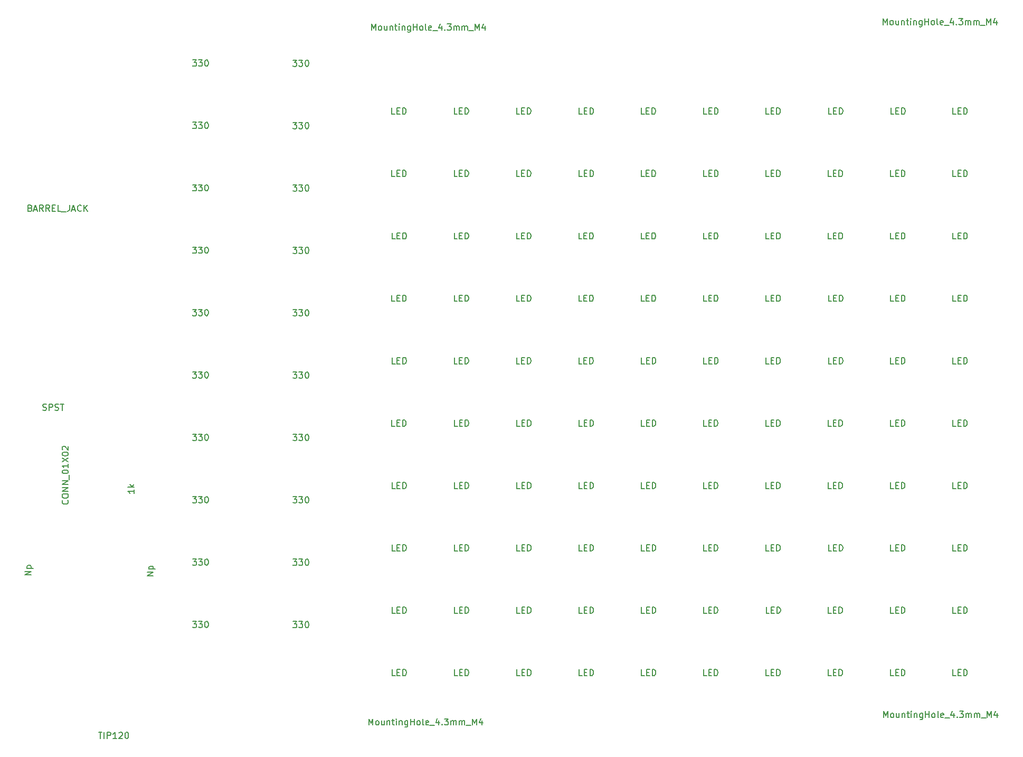
<source format=gbr>
G04 #@! TF.FileFunction,Other,Fab,Top*
%FSLAX46Y46*%
G04 Gerber Fmt 4.6, Leading zero omitted, Abs format (unit mm)*
G04 Created by KiCad (PCBNEW 4.0.2-stable) date Monday, 06 March 2017 12:37:51*
%MOMM*%
G01*
G04 APERTURE LIST*
%ADD10C,0.100000*%
%ADD11C,0.150000*%
G04 APERTURE END LIST*
D10*
D11*
X120390952Y-140782381D02*
X120390952Y-139782381D01*
X120724286Y-140496667D01*
X121057619Y-139782381D01*
X121057619Y-140782381D01*
X121676666Y-140782381D02*
X121581428Y-140734762D01*
X121533809Y-140687143D01*
X121486190Y-140591905D01*
X121486190Y-140306190D01*
X121533809Y-140210952D01*
X121581428Y-140163333D01*
X121676666Y-140115714D01*
X121819524Y-140115714D01*
X121914762Y-140163333D01*
X121962381Y-140210952D01*
X122010000Y-140306190D01*
X122010000Y-140591905D01*
X121962381Y-140687143D01*
X121914762Y-140734762D01*
X121819524Y-140782381D01*
X121676666Y-140782381D01*
X122867143Y-140115714D02*
X122867143Y-140782381D01*
X122438571Y-140115714D02*
X122438571Y-140639524D01*
X122486190Y-140734762D01*
X122581428Y-140782381D01*
X122724286Y-140782381D01*
X122819524Y-140734762D01*
X122867143Y-140687143D01*
X123343333Y-140115714D02*
X123343333Y-140782381D01*
X123343333Y-140210952D02*
X123390952Y-140163333D01*
X123486190Y-140115714D01*
X123629048Y-140115714D01*
X123724286Y-140163333D01*
X123771905Y-140258571D01*
X123771905Y-140782381D01*
X124105238Y-140115714D02*
X124486190Y-140115714D01*
X124248095Y-139782381D02*
X124248095Y-140639524D01*
X124295714Y-140734762D01*
X124390952Y-140782381D01*
X124486190Y-140782381D01*
X124819524Y-140782381D02*
X124819524Y-140115714D01*
X124819524Y-139782381D02*
X124771905Y-139830000D01*
X124819524Y-139877619D01*
X124867143Y-139830000D01*
X124819524Y-139782381D01*
X124819524Y-139877619D01*
X125295714Y-140115714D02*
X125295714Y-140782381D01*
X125295714Y-140210952D02*
X125343333Y-140163333D01*
X125438571Y-140115714D01*
X125581429Y-140115714D01*
X125676667Y-140163333D01*
X125724286Y-140258571D01*
X125724286Y-140782381D01*
X126629048Y-140115714D02*
X126629048Y-140925238D01*
X126581429Y-141020476D01*
X126533810Y-141068095D01*
X126438571Y-141115714D01*
X126295714Y-141115714D01*
X126200476Y-141068095D01*
X126629048Y-140734762D02*
X126533810Y-140782381D01*
X126343333Y-140782381D01*
X126248095Y-140734762D01*
X126200476Y-140687143D01*
X126152857Y-140591905D01*
X126152857Y-140306190D01*
X126200476Y-140210952D01*
X126248095Y-140163333D01*
X126343333Y-140115714D01*
X126533810Y-140115714D01*
X126629048Y-140163333D01*
X127105238Y-140782381D02*
X127105238Y-139782381D01*
X127105238Y-140258571D02*
X127676667Y-140258571D01*
X127676667Y-140782381D02*
X127676667Y-139782381D01*
X128295714Y-140782381D02*
X128200476Y-140734762D01*
X128152857Y-140687143D01*
X128105238Y-140591905D01*
X128105238Y-140306190D01*
X128152857Y-140210952D01*
X128200476Y-140163333D01*
X128295714Y-140115714D01*
X128438572Y-140115714D01*
X128533810Y-140163333D01*
X128581429Y-140210952D01*
X128629048Y-140306190D01*
X128629048Y-140591905D01*
X128581429Y-140687143D01*
X128533810Y-140734762D01*
X128438572Y-140782381D01*
X128295714Y-140782381D01*
X129200476Y-140782381D02*
X129105238Y-140734762D01*
X129057619Y-140639524D01*
X129057619Y-139782381D01*
X129962382Y-140734762D02*
X129867144Y-140782381D01*
X129676667Y-140782381D01*
X129581429Y-140734762D01*
X129533810Y-140639524D01*
X129533810Y-140258571D01*
X129581429Y-140163333D01*
X129676667Y-140115714D01*
X129867144Y-140115714D01*
X129962382Y-140163333D01*
X130010001Y-140258571D01*
X130010001Y-140353810D01*
X129533810Y-140449048D01*
X130200477Y-140877619D02*
X130962382Y-140877619D01*
X131629049Y-140115714D02*
X131629049Y-140782381D01*
X131390953Y-139734762D02*
X131152858Y-140449048D01*
X131771906Y-140449048D01*
X132152858Y-140687143D02*
X132200477Y-140734762D01*
X132152858Y-140782381D01*
X132105239Y-140734762D01*
X132152858Y-140687143D01*
X132152858Y-140782381D01*
X132533810Y-139782381D02*
X133152858Y-139782381D01*
X132819524Y-140163333D01*
X132962382Y-140163333D01*
X133057620Y-140210952D01*
X133105239Y-140258571D01*
X133152858Y-140353810D01*
X133152858Y-140591905D01*
X133105239Y-140687143D01*
X133057620Y-140734762D01*
X132962382Y-140782381D01*
X132676667Y-140782381D01*
X132581429Y-140734762D01*
X132533810Y-140687143D01*
X133581429Y-140782381D02*
X133581429Y-140115714D01*
X133581429Y-140210952D02*
X133629048Y-140163333D01*
X133724286Y-140115714D01*
X133867144Y-140115714D01*
X133962382Y-140163333D01*
X134010001Y-140258571D01*
X134010001Y-140782381D01*
X134010001Y-140258571D02*
X134057620Y-140163333D01*
X134152858Y-140115714D01*
X134295715Y-140115714D01*
X134390953Y-140163333D01*
X134438572Y-140258571D01*
X134438572Y-140782381D01*
X134914762Y-140782381D02*
X134914762Y-140115714D01*
X134914762Y-140210952D02*
X134962381Y-140163333D01*
X135057619Y-140115714D01*
X135200477Y-140115714D01*
X135295715Y-140163333D01*
X135343334Y-140258571D01*
X135343334Y-140782381D01*
X135343334Y-140258571D02*
X135390953Y-140163333D01*
X135486191Y-140115714D01*
X135629048Y-140115714D01*
X135724286Y-140163333D01*
X135771905Y-140258571D01*
X135771905Y-140782381D01*
X136010000Y-140877619D02*
X136771905Y-140877619D01*
X137010000Y-140782381D02*
X137010000Y-139782381D01*
X137343334Y-140496667D01*
X137676667Y-139782381D01*
X137676667Y-140782381D01*
X138581429Y-140115714D02*
X138581429Y-140782381D01*
X138343333Y-139734762D02*
X138105238Y-140449048D01*
X138724286Y-140449048D01*
X202990952Y-139592381D02*
X202990952Y-138592381D01*
X203324286Y-139306667D01*
X203657619Y-138592381D01*
X203657619Y-139592381D01*
X204276666Y-139592381D02*
X204181428Y-139544762D01*
X204133809Y-139497143D01*
X204086190Y-139401905D01*
X204086190Y-139116190D01*
X204133809Y-139020952D01*
X204181428Y-138973333D01*
X204276666Y-138925714D01*
X204419524Y-138925714D01*
X204514762Y-138973333D01*
X204562381Y-139020952D01*
X204610000Y-139116190D01*
X204610000Y-139401905D01*
X204562381Y-139497143D01*
X204514762Y-139544762D01*
X204419524Y-139592381D01*
X204276666Y-139592381D01*
X205467143Y-138925714D02*
X205467143Y-139592381D01*
X205038571Y-138925714D02*
X205038571Y-139449524D01*
X205086190Y-139544762D01*
X205181428Y-139592381D01*
X205324286Y-139592381D01*
X205419524Y-139544762D01*
X205467143Y-139497143D01*
X205943333Y-138925714D02*
X205943333Y-139592381D01*
X205943333Y-139020952D02*
X205990952Y-138973333D01*
X206086190Y-138925714D01*
X206229048Y-138925714D01*
X206324286Y-138973333D01*
X206371905Y-139068571D01*
X206371905Y-139592381D01*
X206705238Y-138925714D02*
X207086190Y-138925714D01*
X206848095Y-138592381D02*
X206848095Y-139449524D01*
X206895714Y-139544762D01*
X206990952Y-139592381D01*
X207086190Y-139592381D01*
X207419524Y-139592381D02*
X207419524Y-138925714D01*
X207419524Y-138592381D02*
X207371905Y-138640000D01*
X207419524Y-138687619D01*
X207467143Y-138640000D01*
X207419524Y-138592381D01*
X207419524Y-138687619D01*
X207895714Y-138925714D02*
X207895714Y-139592381D01*
X207895714Y-139020952D02*
X207943333Y-138973333D01*
X208038571Y-138925714D01*
X208181429Y-138925714D01*
X208276667Y-138973333D01*
X208324286Y-139068571D01*
X208324286Y-139592381D01*
X209229048Y-138925714D02*
X209229048Y-139735238D01*
X209181429Y-139830476D01*
X209133810Y-139878095D01*
X209038571Y-139925714D01*
X208895714Y-139925714D01*
X208800476Y-139878095D01*
X209229048Y-139544762D02*
X209133810Y-139592381D01*
X208943333Y-139592381D01*
X208848095Y-139544762D01*
X208800476Y-139497143D01*
X208752857Y-139401905D01*
X208752857Y-139116190D01*
X208800476Y-139020952D01*
X208848095Y-138973333D01*
X208943333Y-138925714D01*
X209133810Y-138925714D01*
X209229048Y-138973333D01*
X209705238Y-139592381D02*
X209705238Y-138592381D01*
X209705238Y-139068571D02*
X210276667Y-139068571D01*
X210276667Y-139592381D02*
X210276667Y-138592381D01*
X210895714Y-139592381D02*
X210800476Y-139544762D01*
X210752857Y-139497143D01*
X210705238Y-139401905D01*
X210705238Y-139116190D01*
X210752857Y-139020952D01*
X210800476Y-138973333D01*
X210895714Y-138925714D01*
X211038572Y-138925714D01*
X211133810Y-138973333D01*
X211181429Y-139020952D01*
X211229048Y-139116190D01*
X211229048Y-139401905D01*
X211181429Y-139497143D01*
X211133810Y-139544762D01*
X211038572Y-139592381D01*
X210895714Y-139592381D01*
X211800476Y-139592381D02*
X211705238Y-139544762D01*
X211657619Y-139449524D01*
X211657619Y-138592381D01*
X212562382Y-139544762D02*
X212467144Y-139592381D01*
X212276667Y-139592381D01*
X212181429Y-139544762D01*
X212133810Y-139449524D01*
X212133810Y-139068571D01*
X212181429Y-138973333D01*
X212276667Y-138925714D01*
X212467144Y-138925714D01*
X212562382Y-138973333D01*
X212610001Y-139068571D01*
X212610001Y-139163810D01*
X212133810Y-139259048D01*
X212800477Y-139687619D02*
X213562382Y-139687619D01*
X214229049Y-138925714D02*
X214229049Y-139592381D01*
X213990953Y-138544762D02*
X213752858Y-139259048D01*
X214371906Y-139259048D01*
X214752858Y-139497143D02*
X214800477Y-139544762D01*
X214752858Y-139592381D01*
X214705239Y-139544762D01*
X214752858Y-139497143D01*
X214752858Y-139592381D01*
X215133810Y-138592381D02*
X215752858Y-138592381D01*
X215419524Y-138973333D01*
X215562382Y-138973333D01*
X215657620Y-139020952D01*
X215705239Y-139068571D01*
X215752858Y-139163810D01*
X215752858Y-139401905D01*
X215705239Y-139497143D01*
X215657620Y-139544762D01*
X215562382Y-139592381D01*
X215276667Y-139592381D01*
X215181429Y-139544762D01*
X215133810Y-139497143D01*
X216181429Y-139592381D02*
X216181429Y-138925714D01*
X216181429Y-139020952D02*
X216229048Y-138973333D01*
X216324286Y-138925714D01*
X216467144Y-138925714D01*
X216562382Y-138973333D01*
X216610001Y-139068571D01*
X216610001Y-139592381D01*
X216610001Y-139068571D02*
X216657620Y-138973333D01*
X216752858Y-138925714D01*
X216895715Y-138925714D01*
X216990953Y-138973333D01*
X217038572Y-139068571D01*
X217038572Y-139592381D01*
X217514762Y-139592381D02*
X217514762Y-138925714D01*
X217514762Y-139020952D02*
X217562381Y-138973333D01*
X217657619Y-138925714D01*
X217800477Y-138925714D01*
X217895715Y-138973333D01*
X217943334Y-139068571D01*
X217943334Y-139592381D01*
X217943334Y-139068571D02*
X217990953Y-138973333D01*
X218086191Y-138925714D01*
X218229048Y-138925714D01*
X218324286Y-138973333D01*
X218371905Y-139068571D01*
X218371905Y-139592381D01*
X218610000Y-139687619D02*
X219371905Y-139687619D01*
X219610000Y-139592381D02*
X219610000Y-138592381D01*
X219943334Y-139306667D01*
X220276667Y-138592381D01*
X220276667Y-139592381D01*
X221181429Y-138925714D02*
X221181429Y-139592381D01*
X220943333Y-138544762D02*
X220705238Y-139259048D01*
X221324286Y-139259048D01*
X202890952Y-28552381D02*
X202890952Y-27552381D01*
X203224286Y-28266667D01*
X203557619Y-27552381D01*
X203557619Y-28552381D01*
X204176666Y-28552381D02*
X204081428Y-28504762D01*
X204033809Y-28457143D01*
X203986190Y-28361905D01*
X203986190Y-28076190D01*
X204033809Y-27980952D01*
X204081428Y-27933333D01*
X204176666Y-27885714D01*
X204319524Y-27885714D01*
X204414762Y-27933333D01*
X204462381Y-27980952D01*
X204510000Y-28076190D01*
X204510000Y-28361905D01*
X204462381Y-28457143D01*
X204414762Y-28504762D01*
X204319524Y-28552381D01*
X204176666Y-28552381D01*
X205367143Y-27885714D02*
X205367143Y-28552381D01*
X204938571Y-27885714D02*
X204938571Y-28409524D01*
X204986190Y-28504762D01*
X205081428Y-28552381D01*
X205224286Y-28552381D01*
X205319524Y-28504762D01*
X205367143Y-28457143D01*
X205843333Y-27885714D02*
X205843333Y-28552381D01*
X205843333Y-27980952D02*
X205890952Y-27933333D01*
X205986190Y-27885714D01*
X206129048Y-27885714D01*
X206224286Y-27933333D01*
X206271905Y-28028571D01*
X206271905Y-28552381D01*
X206605238Y-27885714D02*
X206986190Y-27885714D01*
X206748095Y-27552381D02*
X206748095Y-28409524D01*
X206795714Y-28504762D01*
X206890952Y-28552381D01*
X206986190Y-28552381D01*
X207319524Y-28552381D02*
X207319524Y-27885714D01*
X207319524Y-27552381D02*
X207271905Y-27600000D01*
X207319524Y-27647619D01*
X207367143Y-27600000D01*
X207319524Y-27552381D01*
X207319524Y-27647619D01*
X207795714Y-27885714D02*
X207795714Y-28552381D01*
X207795714Y-27980952D02*
X207843333Y-27933333D01*
X207938571Y-27885714D01*
X208081429Y-27885714D01*
X208176667Y-27933333D01*
X208224286Y-28028571D01*
X208224286Y-28552381D01*
X209129048Y-27885714D02*
X209129048Y-28695238D01*
X209081429Y-28790476D01*
X209033810Y-28838095D01*
X208938571Y-28885714D01*
X208795714Y-28885714D01*
X208700476Y-28838095D01*
X209129048Y-28504762D02*
X209033810Y-28552381D01*
X208843333Y-28552381D01*
X208748095Y-28504762D01*
X208700476Y-28457143D01*
X208652857Y-28361905D01*
X208652857Y-28076190D01*
X208700476Y-27980952D01*
X208748095Y-27933333D01*
X208843333Y-27885714D01*
X209033810Y-27885714D01*
X209129048Y-27933333D01*
X209605238Y-28552381D02*
X209605238Y-27552381D01*
X209605238Y-28028571D02*
X210176667Y-28028571D01*
X210176667Y-28552381D02*
X210176667Y-27552381D01*
X210795714Y-28552381D02*
X210700476Y-28504762D01*
X210652857Y-28457143D01*
X210605238Y-28361905D01*
X210605238Y-28076190D01*
X210652857Y-27980952D01*
X210700476Y-27933333D01*
X210795714Y-27885714D01*
X210938572Y-27885714D01*
X211033810Y-27933333D01*
X211081429Y-27980952D01*
X211129048Y-28076190D01*
X211129048Y-28361905D01*
X211081429Y-28457143D01*
X211033810Y-28504762D01*
X210938572Y-28552381D01*
X210795714Y-28552381D01*
X211700476Y-28552381D02*
X211605238Y-28504762D01*
X211557619Y-28409524D01*
X211557619Y-27552381D01*
X212462382Y-28504762D02*
X212367144Y-28552381D01*
X212176667Y-28552381D01*
X212081429Y-28504762D01*
X212033810Y-28409524D01*
X212033810Y-28028571D01*
X212081429Y-27933333D01*
X212176667Y-27885714D01*
X212367144Y-27885714D01*
X212462382Y-27933333D01*
X212510001Y-28028571D01*
X212510001Y-28123810D01*
X212033810Y-28219048D01*
X212700477Y-28647619D02*
X213462382Y-28647619D01*
X214129049Y-27885714D02*
X214129049Y-28552381D01*
X213890953Y-27504762D02*
X213652858Y-28219048D01*
X214271906Y-28219048D01*
X214652858Y-28457143D02*
X214700477Y-28504762D01*
X214652858Y-28552381D01*
X214605239Y-28504762D01*
X214652858Y-28457143D01*
X214652858Y-28552381D01*
X215033810Y-27552381D02*
X215652858Y-27552381D01*
X215319524Y-27933333D01*
X215462382Y-27933333D01*
X215557620Y-27980952D01*
X215605239Y-28028571D01*
X215652858Y-28123810D01*
X215652858Y-28361905D01*
X215605239Y-28457143D01*
X215557620Y-28504762D01*
X215462382Y-28552381D01*
X215176667Y-28552381D01*
X215081429Y-28504762D01*
X215033810Y-28457143D01*
X216081429Y-28552381D02*
X216081429Y-27885714D01*
X216081429Y-27980952D02*
X216129048Y-27933333D01*
X216224286Y-27885714D01*
X216367144Y-27885714D01*
X216462382Y-27933333D01*
X216510001Y-28028571D01*
X216510001Y-28552381D01*
X216510001Y-28028571D02*
X216557620Y-27933333D01*
X216652858Y-27885714D01*
X216795715Y-27885714D01*
X216890953Y-27933333D01*
X216938572Y-28028571D01*
X216938572Y-28552381D01*
X217414762Y-28552381D02*
X217414762Y-27885714D01*
X217414762Y-27980952D02*
X217462381Y-27933333D01*
X217557619Y-27885714D01*
X217700477Y-27885714D01*
X217795715Y-27933333D01*
X217843334Y-28028571D01*
X217843334Y-28552381D01*
X217843334Y-28028571D02*
X217890953Y-27933333D01*
X217986191Y-27885714D01*
X218129048Y-27885714D01*
X218224286Y-27933333D01*
X218271905Y-28028571D01*
X218271905Y-28552381D01*
X218510000Y-28647619D02*
X219271905Y-28647619D01*
X219510000Y-28552381D02*
X219510000Y-27552381D01*
X219843334Y-28266667D01*
X220176667Y-27552381D01*
X220176667Y-28552381D01*
X221081429Y-27885714D02*
X221081429Y-28552381D01*
X220843333Y-27504762D02*
X220605238Y-28219048D01*
X221224286Y-28219048D01*
X66095238Y-57928571D02*
X66238095Y-57976190D01*
X66285714Y-58023810D01*
X66333333Y-58119048D01*
X66333333Y-58261905D01*
X66285714Y-58357143D01*
X66238095Y-58404762D01*
X66142857Y-58452381D01*
X65761904Y-58452381D01*
X65761904Y-57452381D01*
X66095238Y-57452381D01*
X66190476Y-57500000D01*
X66238095Y-57547619D01*
X66285714Y-57642857D01*
X66285714Y-57738095D01*
X66238095Y-57833333D01*
X66190476Y-57880952D01*
X66095238Y-57928571D01*
X65761904Y-57928571D01*
X66714285Y-58166667D02*
X67190476Y-58166667D01*
X66619047Y-58452381D02*
X66952380Y-57452381D01*
X67285714Y-58452381D01*
X68190476Y-58452381D02*
X67857142Y-57976190D01*
X67619047Y-58452381D02*
X67619047Y-57452381D01*
X68000000Y-57452381D01*
X68095238Y-57500000D01*
X68142857Y-57547619D01*
X68190476Y-57642857D01*
X68190476Y-57785714D01*
X68142857Y-57880952D01*
X68095238Y-57928571D01*
X68000000Y-57976190D01*
X67619047Y-57976190D01*
X69190476Y-58452381D02*
X68857142Y-57976190D01*
X68619047Y-58452381D02*
X68619047Y-57452381D01*
X69000000Y-57452381D01*
X69095238Y-57500000D01*
X69142857Y-57547619D01*
X69190476Y-57642857D01*
X69190476Y-57785714D01*
X69142857Y-57880952D01*
X69095238Y-57928571D01*
X69000000Y-57976190D01*
X68619047Y-57976190D01*
X69619047Y-57928571D02*
X69952381Y-57928571D01*
X70095238Y-58452381D02*
X69619047Y-58452381D01*
X69619047Y-57452381D01*
X70095238Y-57452381D01*
X71000000Y-58452381D02*
X70523809Y-58452381D01*
X70523809Y-57452381D01*
X71095238Y-58547619D02*
X71857143Y-58547619D01*
X72380953Y-57452381D02*
X72380953Y-58166667D01*
X72333333Y-58309524D01*
X72238095Y-58404762D01*
X72095238Y-58452381D01*
X72000000Y-58452381D01*
X72809524Y-58166667D02*
X73285715Y-58166667D01*
X72714286Y-58452381D02*
X73047619Y-57452381D01*
X73380953Y-58452381D01*
X74285715Y-58357143D02*
X74238096Y-58404762D01*
X74095239Y-58452381D01*
X74000001Y-58452381D01*
X73857143Y-58404762D01*
X73761905Y-58309524D01*
X73714286Y-58214286D01*
X73666667Y-58023810D01*
X73666667Y-57880952D01*
X73714286Y-57690476D01*
X73761905Y-57595238D01*
X73857143Y-57500000D01*
X74000001Y-57452381D01*
X74095239Y-57452381D01*
X74238096Y-57500000D01*
X74285715Y-57547619D01*
X74714286Y-58452381D02*
X74714286Y-57452381D01*
X75285715Y-58452381D02*
X74857143Y-57880952D01*
X75285715Y-57452381D02*
X74714286Y-58023810D01*
X124583143Y-42889381D02*
X124106952Y-42889381D01*
X124106952Y-41889381D01*
X124916476Y-42365571D02*
X125249810Y-42365571D01*
X125392667Y-42889381D02*
X124916476Y-42889381D01*
X124916476Y-41889381D01*
X125392667Y-41889381D01*
X125821238Y-42889381D02*
X125821238Y-41889381D01*
X126059333Y-41889381D01*
X126202191Y-41937000D01*
X126297429Y-42032238D01*
X126345048Y-42127476D01*
X126392667Y-42317952D01*
X126392667Y-42460810D01*
X126345048Y-42651286D01*
X126297429Y-42746524D01*
X126202191Y-42841762D01*
X126059333Y-42889381D01*
X125821238Y-42889381D01*
X134583143Y-42889381D02*
X134106952Y-42889381D01*
X134106952Y-41889381D01*
X134916476Y-42365571D02*
X135249810Y-42365571D01*
X135392667Y-42889381D02*
X134916476Y-42889381D01*
X134916476Y-41889381D01*
X135392667Y-41889381D01*
X135821238Y-42889381D02*
X135821238Y-41889381D01*
X136059333Y-41889381D01*
X136202191Y-41937000D01*
X136297429Y-42032238D01*
X136345048Y-42127476D01*
X136392667Y-42317952D01*
X136392667Y-42460810D01*
X136345048Y-42651286D01*
X136297429Y-42746524D01*
X136202191Y-42841762D01*
X136059333Y-42889381D01*
X135821238Y-42889381D01*
X144583143Y-42889381D02*
X144106952Y-42889381D01*
X144106952Y-41889381D01*
X144916476Y-42365571D02*
X145249810Y-42365571D01*
X145392667Y-42889381D02*
X144916476Y-42889381D01*
X144916476Y-41889381D01*
X145392667Y-41889381D01*
X145821238Y-42889381D02*
X145821238Y-41889381D01*
X146059333Y-41889381D01*
X146202191Y-41937000D01*
X146297429Y-42032238D01*
X146345048Y-42127476D01*
X146392667Y-42317952D01*
X146392667Y-42460810D01*
X146345048Y-42651286D01*
X146297429Y-42746524D01*
X146202191Y-42841762D01*
X146059333Y-42889381D01*
X145821238Y-42889381D01*
X154623143Y-42889381D02*
X154146952Y-42889381D01*
X154146952Y-41889381D01*
X154956476Y-42365571D02*
X155289810Y-42365571D01*
X155432667Y-42889381D02*
X154956476Y-42889381D01*
X154956476Y-41889381D01*
X155432667Y-41889381D01*
X155861238Y-42889381D02*
X155861238Y-41889381D01*
X156099333Y-41889381D01*
X156242191Y-41937000D01*
X156337429Y-42032238D01*
X156385048Y-42127476D01*
X156432667Y-42317952D01*
X156432667Y-42460810D01*
X156385048Y-42651286D01*
X156337429Y-42746524D01*
X156242191Y-42841762D01*
X156099333Y-42889381D01*
X155861238Y-42889381D01*
X164583143Y-42889381D02*
X164106952Y-42889381D01*
X164106952Y-41889381D01*
X164916476Y-42365571D02*
X165249810Y-42365571D01*
X165392667Y-42889381D02*
X164916476Y-42889381D01*
X164916476Y-41889381D01*
X165392667Y-41889381D01*
X165821238Y-42889381D02*
X165821238Y-41889381D01*
X166059333Y-41889381D01*
X166202191Y-41937000D01*
X166297429Y-42032238D01*
X166345048Y-42127476D01*
X166392667Y-42317952D01*
X166392667Y-42460810D01*
X166345048Y-42651286D01*
X166297429Y-42746524D01*
X166202191Y-42841762D01*
X166059333Y-42889381D01*
X165821238Y-42889381D01*
X124583143Y-52889381D02*
X124106952Y-52889381D01*
X124106952Y-51889381D01*
X124916476Y-52365571D02*
X125249810Y-52365571D01*
X125392667Y-52889381D02*
X124916476Y-52889381D01*
X124916476Y-51889381D01*
X125392667Y-51889381D01*
X125821238Y-52889381D02*
X125821238Y-51889381D01*
X126059333Y-51889381D01*
X126202191Y-51937000D01*
X126297429Y-52032238D01*
X126345048Y-52127476D01*
X126392667Y-52317952D01*
X126392667Y-52460810D01*
X126345048Y-52651286D01*
X126297429Y-52746524D01*
X126202191Y-52841762D01*
X126059333Y-52889381D01*
X125821238Y-52889381D01*
X134583143Y-52889381D02*
X134106952Y-52889381D01*
X134106952Y-51889381D01*
X134916476Y-52365571D02*
X135249810Y-52365571D01*
X135392667Y-52889381D02*
X134916476Y-52889381D01*
X134916476Y-51889381D01*
X135392667Y-51889381D01*
X135821238Y-52889381D02*
X135821238Y-51889381D01*
X136059333Y-51889381D01*
X136202191Y-51937000D01*
X136297429Y-52032238D01*
X136345048Y-52127476D01*
X136392667Y-52317952D01*
X136392667Y-52460810D01*
X136345048Y-52651286D01*
X136297429Y-52746524D01*
X136202191Y-52841762D01*
X136059333Y-52889381D01*
X135821238Y-52889381D01*
X144583143Y-52889381D02*
X144106952Y-52889381D01*
X144106952Y-51889381D01*
X144916476Y-52365571D02*
X145249810Y-52365571D01*
X145392667Y-52889381D02*
X144916476Y-52889381D01*
X144916476Y-51889381D01*
X145392667Y-51889381D01*
X145821238Y-52889381D02*
X145821238Y-51889381D01*
X146059333Y-51889381D01*
X146202191Y-51937000D01*
X146297429Y-52032238D01*
X146345048Y-52127476D01*
X146392667Y-52317952D01*
X146392667Y-52460810D01*
X146345048Y-52651286D01*
X146297429Y-52746524D01*
X146202191Y-52841762D01*
X146059333Y-52889381D01*
X145821238Y-52889381D01*
X154623143Y-52889381D02*
X154146952Y-52889381D01*
X154146952Y-51889381D01*
X154956476Y-52365571D02*
X155289810Y-52365571D01*
X155432667Y-52889381D02*
X154956476Y-52889381D01*
X154956476Y-51889381D01*
X155432667Y-51889381D01*
X155861238Y-52889381D02*
X155861238Y-51889381D01*
X156099333Y-51889381D01*
X156242191Y-51937000D01*
X156337429Y-52032238D01*
X156385048Y-52127476D01*
X156432667Y-52317952D01*
X156432667Y-52460810D01*
X156385048Y-52651286D01*
X156337429Y-52746524D01*
X156242191Y-52841762D01*
X156099333Y-52889381D01*
X155861238Y-52889381D01*
X164583143Y-52889381D02*
X164106952Y-52889381D01*
X164106952Y-51889381D01*
X164916476Y-52365571D02*
X165249810Y-52365571D01*
X165392667Y-52889381D02*
X164916476Y-52889381D01*
X164916476Y-51889381D01*
X165392667Y-51889381D01*
X165821238Y-52889381D02*
X165821238Y-51889381D01*
X166059333Y-51889381D01*
X166202191Y-51937000D01*
X166297429Y-52032238D01*
X166345048Y-52127476D01*
X166392667Y-52317952D01*
X166392667Y-52460810D01*
X166345048Y-52651286D01*
X166297429Y-52746524D01*
X166202191Y-52841762D01*
X166059333Y-52889381D01*
X165821238Y-52889381D01*
X124623143Y-62889381D02*
X124146952Y-62889381D01*
X124146952Y-61889381D01*
X124956476Y-62365571D02*
X125289810Y-62365571D01*
X125432667Y-62889381D02*
X124956476Y-62889381D01*
X124956476Y-61889381D01*
X125432667Y-61889381D01*
X125861238Y-62889381D02*
X125861238Y-61889381D01*
X126099333Y-61889381D01*
X126242191Y-61937000D01*
X126337429Y-62032238D01*
X126385048Y-62127476D01*
X126432667Y-62317952D01*
X126432667Y-62460810D01*
X126385048Y-62651286D01*
X126337429Y-62746524D01*
X126242191Y-62841762D01*
X126099333Y-62889381D01*
X125861238Y-62889381D01*
X134583143Y-62889381D02*
X134106952Y-62889381D01*
X134106952Y-61889381D01*
X134916476Y-62365571D02*
X135249810Y-62365571D01*
X135392667Y-62889381D02*
X134916476Y-62889381D01*
X134916476Y-61889381D01*
X135392667Y-61889381D01*
X135821238Y-62889381D02*
X135821238Y-61889381D01*
X136059333Y-61889381D01*
X136202191Y-61937000D01*
X136297429Y-62032238D01*
X136345048Y-62127476D01*
X136392667Y-62317952D01*
X136392667Y-62460810D01*
X136345048Y-62651286D01*
X136297429Y-62746524D01*
X136202191Y-62841762D01*
X136059333Y-62889381D01*
X135821238Y-62889381D01*
X144583143Y-62889381D02*
X144106952Y-62889381D01*
X144106952Y-61889381D01*
X144916476Y-62365571D02*
X145249810Y-62365571D01*
X145392667Y-62889381D02*
X144916476Y-62889381D01*
X144916476Y-61889381D01*
X145392667Y-61889381D01*
X145821238Y-62889381D02*
X145821238Y-61889381D01*
X146059333Y-61889381D01*
X146202191Y-61937000D01*
X146297429Y-62032238D01*
X146345048Y-62127476D01*
X146392667Y-62317952D01*
X146392667Y-62460810D01*
X146345048Y-62651286D01*
X146297429Y-62746524D01*
X146202191Y-62841762D01*
X146059333Y-62889381D01*
X145821238Y-62889381D01*
X154583143Y-62889381D02*
X154106952Y-62889381D01*
X154106952Y-61889381D01*
X154916476Y-62365571D02*
X155249810Y-62365571D01*
X155392667Y-62889381D02*
X154916476Y-62889381D01*
X154916476Y-61889381D01*
X155392667Y-61889381D01*
X155821238Y-62889381D02*
X155821238Y-61889381D01*
X156059333Y-61889381D01*
X156202191Y-61937000D01*
X156297429Y-62032238D01*
X156345048Y-62127476D01*
X156392667Y-62317952D01*
X156392667Y-62460810D01*
X156345048Y-62651286D01*
X156297429Y-62746524D01*
X156202191Y-62841762D01*
X156059333Y-62889381D01*
X155821238Y-62889381D01*
X164583143Y-62889381D02*
X164106952Y-62889381D01*
X164106952Y-61889381D01*
X164916476Y-62365571D02*
X165249810Y-62365571D01*
X165392667Y-62889381D02*
X164916476Y-62889381D01*
X164916476Y-61889381D01*
X165392667Y-61889381D01*
X165821238Y-62889381D02*
X165821238Y-61889381D01*
X166059333Y-61889381D01*
X166202191Y-61937000D01*
X166297429Y-62032238D01*
X166345048Y-62127476D01*
X166392667Y-62317952D01*
X166392667Y-62460810D01*
X166345048Y-62651286D01*
X166297429Y-62746524D01*
X166202191Y-62841762D01*
X166059333Y-62889381D01*
X165821238Y-62889381D01*
X124583143Y-72889381D02*
X124106952Y-72889381D01*
X124106952Y-71889381D01*
X124916476Y-72365571D02*
X125249810Y-72365571D01*
X125392667Y-72889381D02*
X124916476Y-72889381D01*
X124916476Y-71889381D01*
X125392667Y-71889381D01*
X125821238Y-72889381D02*
X125821238Y-71889381D01*
X126059333Y-71889381D01*
X126202191Y-71937000D01*
X126297429Y-72032238D01*
X126345048Y-72127476D01*
X126392667Y-72317952D01*
X126392667Y-72460810D01*
X126345048Y-72651286D01*
X126297429Y-72746524D01*
X126202191Y-72841762D01*
X126059333Y-72889381D01*
X125821238Y-72889381D01*
X134583143Y-72889381D02*
X134106952Y-72889381D01*
X134106952Y-71889381D01*
X134916476Y-72365571D02*
X135249810Y-72365571D01*
X135392667Y-72889381D02*
X134916476Y-72889381D01*
X134916476Y-71889381D01*
X135392667Y-71889381D01*
X135821238Y-72889381D02*
X135821238Y-71889381D01*
X136059333Y-71889381D01*
X136202191Y-71937000D01*
X136297429Y-72032238D01*
X136345048Y-72127476D01*
X136392667Y-72317952D01*
X136392667Y-72460810D01*
X136345048Y-72651286D01*
X136297429Y-72746524D01*
X136202191Y-72841762D01*
X136059333Y-72889381D01*
X135821238Y-72889381D01*
X144583143Y-72889381D02*
X144106952Y-72889381D01*
X144106952Y-71889381D01*
X144916476Y-72365571D02*
X145249810Y-72365571D01*
X145392667Y-72889381D02*
X144916476Y-72889381D01*
X144916476Y-71889381D01*
X145392667Y-71889381D01*
X145821238Y-72889381D02*
X145821238Y-71889381D01*
X146059333Y-71889381D01*
X146202191Y-71937000D01*
X146297429Y-72032238D01*
X146345048Y-72127476D01*
X146392667Y-72317952D01*
X146392667Y-72460810D01*
X146345048Y-72651286D01*
X146297429Y-72746524D01*
X146202191Y-72841762D01*
X146059333Y-72889381D01*
X145821238Y-72889381D01*
X154583143Y-72889381D02*
X154106952Y-72889381D01*
X154106952Y-71889381D01*
X154916476Y-72365571D02*
X155249810Y-72365571D01*
X155392667Y-72889381D02*
X154916476Y-72889381D01*
X154916476Y-71889381D01*
X155392667Y-71889381D01*
X155821238Y-72889381D02*
X155821238Y-71889381D01*
X156059333Y-71889381D01*
X156202191Y-71937000D01*
X156297429Y-72032238D01*
X156345048Y-72127476D01*
X156392667Y-72317952D01*
X156392667Y-72460810D01*
X156345048Y-72651286D01*
X156297429Y-72746524D01*
X156202191Y-72841762D01*
X156059333Y-72889381D01*
X155821238Y-72889381D01*
X164583143Y-72889381D02*
X164106952Y-72889381D01*
X164106952Y-71889381D01*
X164916476Y-72365571D02*
X165249810Y-72365571D01*
X165392667Y-72889381D02*
X164916476Y-72889381D01*
X164916476Y-71889381D01*
X165392667Y-71889381D01*
X165821238Y-72889381D02*
X165821238Y-71889381D01*
X166059333Y-71889381D01*
X166202191Y-71937000D01*
X166297429Y-72032238D01*
X166345048Y-72127476D01*
X166392667Y-72317952D01*
X166392667Y-72460810D01*
X166345048Y-72651286D01*
X166297429Y-72746524D01*
X166202191Y-72841762D01*
X166059333Y-72889381D01*
X165821238Y-72889381D01*
X124623143Y-82889381D02*
X124146952Y-82889381D01*
X124146952Y-81889381D01*
X124956476Y-82365571D02*
X125289810Y-82365571D01*
X125432667Y-82889381D02*
X124956476Y-82889381D01*
X124956476Y-81889381D01*
X125432667Y-81889381D01*
X125861238Y-82889381D02*
X125861238Y-81889381D01*
X126099333Y-81889381D01*
X126242191Y-81937000D01*
X126337429Y-82032238D01*
X126385048Y-82127476D01*
X126432667Y-82317952D01*
X126432667Y-82460810D01*
X126385048Y-82651286D01*
X126337429Y-82746524D01*
X126242191Y-82841762D01*
X126099333Y-82889381D01*
X125861238Y-82889381D01*
X134583143Y-82889381D02*
X134106952Y-82889381D01*
X134106952Y-81889381D01*
X134916476Y-82365571D02*
X135249810Y-82365571D01*
X135392667Y-82889381D02*
X134916476Y-82889381D01*
X134916476Y-81889381D01*
X135392667Y-81889381D01*
X135821238Y-82889381D02*
X135821238Y-81889381D01*
X136059333Y-81889381D01*
X136202191Y-81937000D01*
X136297429Y-82032238D01*
X136345048Y-82127476D01*
X136392667Y-82317952D01*
X136392667Y-82460810D01*
X136345048Y-82651286D01*
X136297429Y-82746524D01*
X136202191Y-82841762D01*
X136059333Y-82889381D01*
X135821238Y-82889381D01*
X144583143Y-82889381D02*
X144106952Y-82889381D01*
X144106952Y-81889381D01*
X144916476Y-82365571D02*
X145249810Y-82365571D01*
X145392667Y-82889381D02*
X144916476Y-82889381D01*
X144916476Y-81889381D01*
X145392667Y-81889381D01*
X145821238Y-82889381D02*
X145821238Y-81889381D01*
X146059333Y-81889381D01*
X146202191Y-81937000D01*
X146297429Y-82032238D01*
X146345048Y-82127476D01*
X146392667Y-82317952D01*
X146392667Y-82460810D01*
X146345048Y-82651286D01*
X146297429Y-82746524D01*
X146202191Y-82841762D01*
X146059333Y-82889381D01*
X145821238Y-82889381D01*
X154583143Y-82889381D02*
X154106952Y-82889381D01*
X154106952Y-81889381D01*
X154916476Y-82365571D02*
X155249810Y-82365571D01*
X155392667Y-82889381D02*
X154916476Y-82889381D01*
X154916476Y-81889381D01*
X155392667Y-81889381D01*
X155821238Y-82889381D02*
X155821238Y-81889381D01*
X156059333Y-81889381D01*
X156202191Y-81937000D01*
X156297429Y-82032238D01*
X156345048Y-82127476D01*
X156392667Y-82317952D01*
X156392667Y-82460810D01*
X156345048Y-82651286D01*
X156297429Y-82746524D01*
X156202191Y-82841762D01*
X156059333Y-82889381D01*
X155821238Y-82889381D01*
X164623143Y-82889381D02*
X164146952Y-82889381D01*
X164146952Y-81889381D01*
X164956476Y-82365571D02*
X165289810Y-82365571D01*
X165432667Y-82889381D02*
X164956476Y-82889381D01*
X164956476Y-81889381D01*
X165432667Y-81889381D01*
X165861238Y-82889381D02*
X165861238Y-81889381D01*
X166099333Y-81889381D01*
X166242191Y-81937000D01*
X166337429Y-82032238D01*
X166385048Y-82127476D01*
X166432667Y-82317952D01*
X166432667Y-82460810D01*
X166385048Y-82651286D01*
X166337429Y-82746524D01*
X166242191Y-82841762D01*
X166099333Y-82889381D01*
X165861238Y-82889381D01*
X124583143Y-92889381D02*
X124106952Y-92889381D01*
X124106952Y-91889381D01*
X124916476Y-92365571D02*
X125249810Y-92365571D01*
X125392667Y-92889381D02*
X124916476Y-92889381D01*
X124916476Y-91889381D01*
X125392667Y-91889381D01*
X125821238Y-92889381D02*
X125821238Y-91889381D01*
X126059333Y-91889381D01*
X126202191Y-91937000D01*
X126297429Y-92032238D01*
X126345048Y-92127476D01*
X126392667Y-92317952D01*
X126392667Y-92460810D01*
X126345048Y-92651286D01*
X126297429Y-92746524D01*
X126202191Y-92841762D01*
X126059333Y-92889381D01*
X125821238Y-92889381D01*
X134623143Y-92889381D02*
X134146952Y-92889381D01*
X134146952Y-91889381D01*
X134956476Y-92365571D02*
X135289810Y-92365571D01*
X135432667Y-92889381D02*
X134956476Y-92889381D01*
X134956476Y-91889381D01*
X135432667Y-91889381D01*
X135861238Y-92889381D02*
X135861238Y-91889381D01*
X136099333Y-91889381D01*
X136242191Y-91937000D01*
X136337429Y-92032238D01*
X136385048Y-92127476D01*
X136432667Y-92317952D01*
X136432667Y-92460810D01*
X136385048Y-92651286D01*
X136337429Y-92746524D01*
X136242191Y-92841762D01*
X136099333Y-92889381D01*
X135861238Y-92889381D01*
X144623143Y-92889381D02*
X144146952Y-92889381D01*
X144146952Y-91889381D01*
X144956476Y-92365571D02*
X145289810Y-92365571D01*
X145432667Y-92889381D02*
X144956476Y-92889381D01*
X144956476Y-91889381D01*
X145432667Y-91889381D01*
X145861238Y-92889381D02*
X145861238Y-91889381D01*
X146099333Y-91889381D01*
X146242191Y-91937000D01*
X146337429Y-92032238D01*
X146385048Y-92127476D01*
X146432667Y-92317952D01*
X146432667Y-92460810D01*
X146385048Y-92651286D01*
X146337429Y-92746524D01*
X146242191Y-92841762D01*
X146099333Y-92889381D01*
X145861238Y-92889381D01*
X154623143Y-92889381D02*
X154146952Y-92889381D01*
X154146952Y-91889381D01*
X154956476Y-92365571D02*
X155289810Y-92365571D01*
X155432667Y-92889381D02*
X154956476Y-92889381D01*
X154956476Y-91889381D01*
X155432667Y-91889381D01*
X155861238Y-92889381D02*
X155861238Y-91889381D01*
X156099333Y-91889381D01*
X156242191Y-91937000D01*
X156337429Y-92032238D01*
X156385048Y-92127476D01*
X156432667Y-92317952D01*
X156432667Y-92460810D01*
X156385048Y-92651286D01*
X156337429Y-92746524D01*
X156242191Y-92841762D01*
X156099333Y-92889381D01*
X155861238Y-92889381D01*
X164623143Y-92889381D02*
X164146952Y-92889381D01*
X164146952Y-91889381D01*
X164956476Y-92365571D02*
X165289810Y-92365571D01*
X165432667Y-92889381D02*
X164956476Y-92889381D01*
X164956476Y-91889381D01*
X165432667Y-91889381D01*
X165861238Y-92889381D02*
X165861238Y-91889381D01*
X166099333Y-91889381D01*
X166242191Y-91937000D01*
X166337429Y-92032238D01*
X166385048Y-92127476D01*
X166432667Y-92317952D01*
X166432667Y-92460810D01*
X166385048Y-92651286D01*
X166337429Y-92746524D01*
X166242191Y-92841762D01*
X166099333Y-92889381D01*
X165861238Y-92889381D01*
X124623143Y-102889381D02*
X124146952Y-102889381D01*
X124146952Y-101889381D01*
X124956476Y-102365571D02*
X125289810Y-102365571D01*
X125432667Y-102889381D02*
X124956476Y-102889381D01*
X124956476Y-101889381D01*
X125432667Y-101889381D01*
X125861238Y-102889381D02*
X125861238Y-101889381D01*
X126099333Y-101889381D01*
X126242191Y-101937000D01*
X126337429Y-102032238D01*
X126385048Y-102127476D01*
X126432667Y-102317952D01*
X126432667Y-102460810D01*
X126385048Y-102651286D01*
X126337429Y-102746524D01*
X126242191Y-102841762D01*
X126099333Y-102889381D01*
X125861238Y-102889381D01*
X134623143Y-102889381D02*
X134146952Y-102889381D01*
X134146952Y-101889381D01*
X134956476Y-102365571D02*
X135289810Y-102365571D01*
X135432667Y-102889381D02*
X134956476Y-102889381D01*
X134956476Y-101889381D01*
X135432667Y-101889381D01*
X135861238Y-102889381D02*
X135861238Y-101889381D01*
X136099333Y-101889381D01*
X136242191Y-101937000D01*
X136337429Y-102032238D01*
X136385048Y-102127476D01*
X136432667Y-102317952D01*
X136432667Y-102460810D01*
X136385048Y-102651286D01*
X136337429Y-102746524D01*
X136242191Y-102841762D01*
X136099333Y-102889381D01*
X135861238Y-102889381D01*
X144623143Y-102889381D02*
X144146952Y-102889381D01*
X144146952Y-101889381D01*
X144956476Y-102365571D02*
X145289810Y-102365571D01*
X145432667Y-102889381D02*
X144956476Y-102889381D01*
X144956476Y-101889381D01*
X145432667Y-101889381D01*
X145861238Y-102889381D02*
X145861238Y-101889381D01*
X146099333Y-101889381D01*
X146242191Y-101937000D01*
X146337429Y-102032238D01*
X146385048Y-102127476D01*
X146432667Y-102317952D01*
X146432667Y-102460810D01*
X146385048Y-102651286D01*
X146337429Y-102746524D01*
X146242191Y-102841762D01*
X146099333Y-102889381D01*
X145861238Y-102889381D01*
X154623143Y-102889381D02*
X154146952Y-102889381D01*
X154146952Y-101889381D01*
X154956476Y-102365571D02*
X155289810Y-102365571D01*
X155432667Y-102889381D02*
X154956476Y-102889381D01*
X154956476Y-101889381D01*
X155432667Y-101889381D01*
X155861238Y-102889381D02*
X155861238Y-101889381D01*
X156099333Y-101889381D01*
X156242191Y-101937000D01*
X156337429Y-102032238D01*
X156385048Y-102127476D01*
X156432667Y-102317952D01*
X156432667Y-102460810D01*
X156385048Y-102651286D01*
X156337429Y-102746524D01*
X156242191Y-102841762D01*
X156099333Y-102889381D01*
X155861238Y-102889381D01*
X164623143Y-102889381D02*
X164146952Y-102889381D01*
X164146952Y-101889381D01*
X164956476Y-102365571D02*
X165289810Y-102365571D01*
X165432667Y-102889381D02*
X164956476Y-102889381D01*
X164956476Y-101889381D01*
X165432667Y-101889381D01*
X165861238Y-102889381D02*
X165861238Y-101889381D01*
X166099333Y-101889381D01*
X166242191Y-101937000D01*
X166337429Y-102032238D01*
X166385048Y-102127476D01*
X166432667Y-102317952D01*
X166432667Y-102460810D01*
X166385048Y-102651286D01*
X166337429Y-102746524D01*
X166242191Y-102841762D01*
X166099333Y-102889381D01*
X165861238Y-102889381D01*
X124623143Y-112889381D02*
X124146952Y-112889381D01*
X124146952Y-111889381D01*
X124956476Y-112365571D02*
X125289810Y-112365571D01*
X125432667Y-112889381D02*
X124956476Y-112889381D01*
X124956476Y-111889381D01*
X125432667Y-111889381D01*
X125861238Y-112889381D02*
X125861238Y-111889381D01*
X126099333Y-111889381D01*
X126242191Y-111937000D01*
X126337429Y-112032238D01*
X126385048Y-112127476D01*
X126432667Y-112317952D01*
X126432667Y-112460810D01*
X126385048Y-112651286D01*
X126337429Y-112746524D01*
X126242191Y-112841762D01*
X126099333Y-112889381D01*
X125861238Y-112889381D01*
X134623143Y-112889381D02*
X134146952Y-112889381D01*
X134146952Y-111889381D01*
X134956476Y-112365571D02*
X135289810Y-112365571D01*
X135432667Y-112889381D02*
X134956476Y-112889381D01*
X134956476Y-111889381D01*
X135432667Y-111889381D01*
X135861238Y-112889381D02*
X135861238Y-111889381D01*
X136099333Y-111889381D01*
X136242191Y-111937000D01*
X136337429Y-112032238D01*
X136385048Y-112127476D01*
X136432667Y-112317952D01*
X136432667Y-112460810D01*
X136385048Y-112651286D01*
X136337429Y-112746524D01*
X136242191Y-112841762D01*
X136099333Y-112889381D01*
X135861238Y-112889381D01*
X144623143Y-112889381D02*
X144146952Y-112889381D01*
X144146952Y-111889381D01*
X144956476Y-112365571D02*
X145289810Y-112365571D01*
X145432667Y-112889381D02*
X144956476Y-112889381D01*
X144956476Y-111889381D01*
X145432667Y-111889381D01*
X145861238Y-112889381D02*
X145861238Y-111889381D01*
X146099333Y-111889381D01*
X146242191Y-111937000D01*
X146337429Y-112032238D01*
X146385048Y-112127476D01*
X146432667Y-112317952D01*
X146432667Y-112460810D01*
X146385048Y-112651286D01*
X146337429Y-112746524D01*
X146242191Y-112841762D01*
X146099333Y-112889381D01*
X145861238Y-112889381D01*
X154623143Y-112889381D02*
X154146952Y-112889381D01*
X154146952Y-111889381D01*
X154956476Y-112365571D02*
X155289810Y-112365571D01*
X155432667Y-112889381D02*
X154956476Y-112889381D01*
X154956476Y-111889381D01*
X155432667Y-111889381D01*
X155861238Y-112889381D02*
X155861238Y-111889381D01*
X156099333Y-111889381D01*
X156242191Y-111937000D01*
X156337429Y-112032238D01*
X156385048Y-112127476D01*
X156432667Y-112317952D01*
X156432667Y-112460810D01*
X156385048Y-112651286D01*
X156337429Y-112746524D01*
X156242191Y-112841762D01*
X156099333Y-112889381D01*
X155861238Y-112889381D01*
X164623143Y-112889381D02*
X164146952Y-112889381D01*
X164146952Y-111889381D01*
X164956476Y-112365571D02*
X165289810Y-112365571D01*
X165432667Y-112889381D02*
X164956476Y-112889381D01*
X164956476Y-111889381D01*
X165432667Y-111889381D01*
X165861238Y-112889381D02*
X165861238Y-111889381D01*
X166099333Y-111889381D01*
X166242191Y-111937000D01*
X166337429Y-112032238D01*
X166385048Y-112127476D01*
X166432667Y-112317952D01*
X166432667Y-112460810D01*
X166385048Y-112651286D01*
X166337429Y-112746524D01*
X166242191Y-112841762D01*
X166099333Y-112889381D01*
X165861238Y-112889381D01*
X124623143Y-122889381D02*
X124146952Y-122889381D01*
X124146952Y-121889381D01*
X124956476Y-122365571D02*
X125289810Y-122365571D01*
X125432667Y-122889381D02*
X124956476Y-122889381D01*
X124956476Y-121889381D01*
X125432667Y-121889381D01*
X125861238Y-122889381D02*
X125861238Y-121889381D01*
X126099333Y-121889381D01*
X126242191Y-121937000D01*
X126337429Y-122032238D01*
X126385048Y-122127476D01*
X126432667Y-122317952D01*
X126432667Y-122460810D01*
X126385048Y-122651286D01*
X126337429Y-122746524D01*
X126242191Y-122841762D01*
X126099333Y-122889381D01*
X125861238Y-122889381D01*
X134623143Y-122889381D02*
X134146952Y-122889381D01*
X134146952Y-121889381D01*
X134956476Y-122365571D02*
X135289810Y-122365571D01*
X135432667Y-122889381D02*
X134956476Y-122889381D01*
X134956476Y-121889381D01*
X135432667Y-121889381D01*
X135861238Y-122889381D02*
X135861238Y-121889381D01*
X136099333Y-121889381D01*
X136242191Y-121937000D01*
X136337429Y-122032238D01*
X136385048Y-122127476D01*
X136432667Y-122317952D01*
X136432667Y-122460810D01*
X136385048Y-122651286D01*
X136337429Y-122746524D01*
X136242191Y-122841762D01*
X136099333Y-122889381D01*
X135861238Y-122889381D01*
X144623143Y-122889381D02*
X144146952Y-122889381D01*
X144146952Y-121889381D01*
X144956476Y-122365571D02*
X145289810Y-122365571D01*
X145432667Y-122889381D02*
X144956476Y-122889381D01*
X144956476Y-121889381D01*
X145432667Y-121889381D01*
X145861238Y-122889381D02*
X145861238Y-121889381D01*
X146099333Y-121889381D01*
X146242191Y-121937000D01*
X146337429Y-122032238D01*
X146385048Y-122127476D01*
X146432667Y-122317952D01*
X146432667Y-122460810D01*
X146385048Y-122651286D01*
X146337429Y-122746524D01*
X146242191Y-122841762D01*
X146099333Y-122889381D01*
X145861238Y-122889381D01*
X154623143Y-122889381D02*
X154146952Y-122889381D01*
X154146952Y-121889381D01*
X154956476Y-122365571D02*
X155289810Y-122365571D01*
X155432667Y-122889381D02*
X154956476Y-122889381D01*
X154956476Y-121889381D01*
X155432667Y-121889381D01*
X155861238Y-122889381D02*
X155861238Y-121889381D01*
X156099333Y-121889381D01*
X156242191Y-121937000D01*
X156337429Y-122032238D01*
X156385048Y-122127476D01*
X156432667Y-122317952D01*
X156432667Y-122460810D01*
X156385048Y-122651286D01*
X156337429Y-122746524D01*
X156242191Y-122841762D01*
X156099333Y-122889381D01*
X155861238Y-122889381D01*
X164623143Y-122889381D02*
X164146952Y-122889381D01*
X164146952Y-121889381D01*
X164956476Y-122365571D02*
X165289810Y-122365571D01*
X165432667Y-122889381D02*
X164956476Y-122889381D01*
X164956476Y-121889381D01*
X165432667Y-121889381D01*
X165861238Y-122889381D02*
X165861238Y-121889381D01*
X166099333Y-121889381D01*
X166242191Y-121937000D01*
X166337429Y-122032238D01*
X166385048Y-122127476D01*
X166432667Y-122317952D01*
X166432667Y-122460810D01*
X166385048Y-122651286D01*
X166337429Y-122746524D01*
X166242191Y-122841762D01*
X166099333Y-122889381D01*
X165861238Y-122889381D01*
X124623143Y-132889381D02*
X124146952Y-132889381D01*
X124146952Y-131889381D01*
X124956476Y-132365571D02*
X125289810Y-132365571D01*
X125432667Y-132889381D02*
X124956476Y-132889381D01*
X124956476Y-131889381D01*
X125432667Y-131889381D01*
X125861238Y-132889381D02*
X125861238Y-131889381D01*
X126099333Y-131889381D01*
X126242191Y-131937000D01*
X126337429Y-132032238D01*
X126385048Y-132127476D01*
X126432667Y-132317952D01*
X126432667Y-132460810D01*
X126385048Y-132651286D01*
X126337429Y-132746524D01*
X126242191Y-132841762D01*
X126099333Y-132889381D01*
X125861238Y-132889381D01*
X134623143Y-132889381D02*
X134146952Y-132889381D01*
X134146952Y-131889381D01*
X134956476Y-132365571D02*
X135289810Y-132365571D01*
X135432667Y-132889381D02*
X134956476Y-132889381D01*
X134956476Y-131889381D01*
X135432667Y-131889381D01*
X135861238Y-132889381D02*
X135861238Y-131889381D01*
X136099333Y-131889381D01*
X136242191Y-131937000D01*
X136337429Y-132032238D01*
X136385048Y-132127476D01*
X136432667Y-132317952D01*
X136432667Y-132460810D01*
X136385048Y-132651286D01*
X136337429Y-132746524D01*
X136242191Y-132841762D01*
X136099333Y-132889381D01*
X135861238Y-132889381D01*
X144623143Y-132889381D02*
X144146952Y-132889381D01*
X144146952Y-131889381D01*
X144956476Y-132365571D02*
X145289810Y-132365571D01*
X145432667Y-132889381D02*
X144956476Y-132889381D01*
X144956476Y-131889381D01*
X145432667Y-131889381D01*
X145861238Y-132889381D02*
X145861238Y-131889381D01*
X146099333Y-131889381D01*
X146242191Y-131937000D01*
X146337429Y-132032238D01*
X146385048Y-132127476D01*
X146432667Y-132317952D01*
X146432667Y-132460810D01*
X146385048Y-132651286D01*
X146337429Y-132746524D01*
X146242191Y-132841762D01*
X146099333Y-132889381D01*
X145861238Y-132889381D01*
X154623143Y-132889381D02*
X154146952Y-132889381D01*
X154146952Y-131889381D01*
X154956476Y-132365571D02*
X155289810Y-132365571D01*
X155432667Y-132889381D02*
X154956476Y-132889381D01*
X154956476Y-131889381D01*
X155432667Y-131889381D01*
X155861238Y-132889381D02*
X155861238Y-131889381D01*
X156099333Y-131889381D01*
X156242191Y-131937000D01*
X156337429Y-132032238D01*
X156385048Y-132127476D01*
X156432667Y-132317952D01*
X156432667Y-132460810D01*
X156385048Y-132651286D01*
X156337429Y-132746524D01*
X156242191Y-132841762D01*
X156099333Y-132889381D01*
X155861238Y-132889381D01*
X164623143Y-132889381D02*
X164146952Y-132889381D01*
X164146952Y-131889381D01*
X164956476Y-132365571D02*
X165289810Y-132365571D01*
X165432667Y-132889381D02*
X164956476Y-132889381D01*
X164956476Y-131889381D01*
X165432667Y-131889381D01*
X165861238Y-132889381D02*
X165861238Y-131889381D01*
X166099333Y-131889381D01*
X166242191Y-131937000D01*
X166337429Y-132032238D01*
X166385048Y-132127476D01*
X166432667Y-132317952D01*
X166432667Y-132460810D01*
X166385048Y-132651286D01*
X166337429Y-132746524D01*
X166242191Y-132841762D01*
X166099333Y-132889381D01*
X165861238Y-132889381D01*
X174623143Y-42889381D02*
X174146952Y-42889381D01*
X174146952Y-41889381D01*
X174956476Y-42365571D02*
X175289810Y-42365571D01*
X175432667Y-42889381D02*
X174956476Y-42889381D01*
X174956476Y-41889381D01*
X175432667Y-41889381D01*
X175861238Y-42889381D02*
X175861238Y-41889381D01*
X176099333Y-41889381D01*
X176242191Y-41937000D01*
X176337429Y-42032238D01*
X176385048Y-42127476D01*
X176432667Y-42317952D01*
X176432667Y-42460810D01*
X176385048Y-42651286D01*
X176337429Y-42746524D01*
X176242191Y-42841762D01*
X176099333Y-42889381D01*
X175861238Y-42889381D01*
X184583143Y-42889381D02*
X184106952Y-42889381D01*
X184106952Y-41889381D01*
X184916476Y-42365571D02*
X185249810Y-42365571D01*
X185392667Y-42889381D02*
X184916476Y-42889381D01*
X184916476Y-41889381D01*
X185392667Y-41889381D01*
X185821238Y-42889381D02*
X185821238Y-41889381D01*
X186059333Y-41889381D01*
X186202191Y-41937000D01*
X186297429Y-42032238D01*
X186345048Y-42127476D01*
X186392667Y-42317952D01*
X186392667Y-42460810D01*
X186345048Y-42651286D01*
X186297429Y-42746524D01*
X186202191Y-42841762D01*
X186059333Y-42889381D01*
X185821238Y-42889381D01*
X194623143Y-42889381D02*
X194146952Y-42889381D01*
X194146952Y-41889381D01*
X194956476Y-42365571D02*
X195289810Y-42365571D01*
X195432667Y-42889381D02*
X194956476Y-42889381D01*
X194956476Y-41889381D01*
X195432667Y-41889381D01*
X195861238Y-42889381D02*
X195861238Y-41889381D01*
X196099333Y-41889381D01*
X196242191Y-41937000D01*
X196337429Y-42032238D01*
X196385048Y-42127476D01*
X196432667Y-42317952D01*
X196432667Y-42460810D01*
X196385048Y-42651286D01*
X196337429Y-42746524D01*
X196242191Y-42841762D01*
X196099333Y-42889381D01*
X195861238Y-42889381D01*
X204623143Y-42889381D02*
X204146952Y-42889381D01*
X204146952Y-41889381D01*
X204956476Y-42365571D02*
X205289810Y-42365571D01*
X205432667Y-42889381D02*
X204956476Y-42889381D01*
X204956476Y-41889381D01*
X205432667Y-41889381D01*
X205861238Y-42889381D02*
X205861238Y-41889381D01*
X206099333Y-41889381D01*
X206242191Y-41937000D01*
X206337429Y-42032238D01*
X206385048Y-42127476D01*
X206432667Y-42317952D01*
X206432667Y-42460810D01*
X206385048Y-42651286D01*
X206337429Y-42746524D01*
X206242191Y-42841762D01*
X206099333Y-42889381D01*
X205861238Y-42889381D01*
X214583143Y-42889381D02*
X214106952Y-42889381D01*
X214106952Y-41889381D01*
X214916476Y-42365571D02*
X215249810Y-42365571D01*
X215392667Y-42889381D02*
X214916476Y-42889381D01*
X214916476Y-41889381D01*
X215392667Y-41889381D01*
X215821238Y-42889381D02*
X215821238Y-41889381D01*
X216059333Y-41889381D01*
X216202191Y-41937000D01*
X216297429Y-42032238D01*
X216345048Y-42127476D01*
X216392667Y-42317952D01*
X216392667Y-42460810D01*
X216345048Y-42651286D01*
X216297429Y-42746524D01*
X216202191Y-42841762D01*
X216059333Y-42889381D01*
X215821238Y-42889381D01*
X174623143Y-52889381D02*
X174146952Y-52889381D01*
X174146952Y-51889381D01*
X174956476Y-52365571D02*
X175289810Y-52365571D01*
X175432667Y-52889381D02*
X174956476Y-52889381D01*
X174956476Y-51889381D01*
X175432667Y-51889381D01*
X175861238Y-52889381D02*
X175861238Y-51889381D01*
X176099333Y-51889381D01*
X176242191Y-51937000D01*
X176337429Y-52032238D01*
X176385048Y-52127476D01*
X176432667Y-52317952D01*
X176432667Y-52460810D01*
X176385048Y-52651286D01*
X176337429Y-52746524D01*
X176242191Y-52841762D01*
X176099333Y-52889381D01*
X175861238Y-52889381D01*
X184583143Y-52889381D02*
X184106952Y-52889381D01*
X184106952Y-51889381D01*
X184916476Y-52365571D02*
X185249810Y-52365571D01*
X185392667Y-52889381D02*
X184916476Y-52889381D01*
X184916476Y-51889381D01*
X185392667Y-51889381D01*
X185821238Y-52889381D02*
X185821238Y-51889381D01*
X186059333Y-51889381D01*
X186202191Y-51937000D01*
X186297429Y-52032238D01*
X186345048Y-52127476D01*
X186392667Y-52317952D01*
X186392667Y-52460810D01*
X186345048Y-52651286D01*
X186297429Y-52746524D01*
X186202191Y-52841762D01*
X186059333Y-52889381D01*
X185821238Y-52889381D01*
X194583143Y-52889381D02*
X194106952Y-52889381D01*
X194106952Y-51889381D01*
X194916476Y-52365571D02*
X195249810Y-52365571D01*
X195392667Y-52889381D02*
X194916476Y-52889381D01*
X194916476Y-51889381D01*
X195392667Y-51889381D01*
X195821238Y-52889381D02*
X195821238Y-51889381D01*
X196059333Y-51889381D01*
X196202191Y-51937000D01*
X196297429Y-52032238D01*
X196345048Y-52127476D01*
X196392667Y-52317952D01*
X196392667Y-52460810D01*
X196345048Y-52651286D01*
X196297429Y-52746524D01*
X196202191Y-52841762D01*
X196059333Y-52889381D01*
X195821238Y-52889381D01*
X204583143Y-52889381D02*
X204106952Y-52889381D01*
X204106952Y-51889381D01*
X204916476Y-52365571D02*
X205249810Y-52365571D01*
X205392667Y-52889381D02*
X204916476Y-52889381D01*
X204916476Y-51889381D01*
X205392667Y-51889381D01*
X205821238Y-52889381D02*
X205821238Y-51889381D01*
X206059333Y-51889381D01*
X206202191Y-51937000D01*
X206297429Y-52032238D01*
X206345048Y-52127476D01*
X206392667Y-52317952D01*
X206392667Y-52460810D01*
X206345048Y-52651286D01*
X206297429Y-52746524D01*
X206202191Y-52841762D01*
X206059333Y-52889381D01*
X205821238Y-52889381D01*
X214583143Y-52889381D02*
X214106952Y-52889381D01*
X214106952Y-51889381D01*
X214916476Y-52365571D02*
X215249810Y-52365571D01*
X215392667Y-52889381D02*
X214916476Y-52889381D01*
X214916476Y-51889381D01*
X215392667Y-51889381D01*
X215821238Y-52889381D02*
X215821238Y-51889381D01*
X216059333Y-51889381D01*
X216202191Y-51937000D01*
X216297429Y-52032238D01*
X216345048Y-52127476D01*
X216392667Y-52317952D01*
X216392667Y-52460810D01*
X216345048Y-52651286D01*
X216297429Y-52746524D01*
X216202191Y-52841762D01*
X216059333Y-52889381D01*
X215821238Y-52889381D01*
X174583143Y-62889381D02*
X174106952Y-62889381D01*
X174106952Y-61889381D01*
X174916476Y-62365571D02*
X175249810Y-62365571D01*
X175392667Y-62889381D02*
X174916476Y-62889381D01*
X174916476Y-61889381D01*
X175392667Y-61889381D01*
X175821238Y-62889381D02*
X175821238Y-61889381D01*
X176059333Y-61889381D01*
X176202191Y-61937000D01*
X176297429Y-62032238D01*
X176345048Y-62127476D01*
X176392667Y-62317952D01*
X176392667Y-62460810D01*
X176345048Y-62651286D01*
X176297429Y-62746524D01*
X176202191Y-62841762D01*
X176059333Y-62889381D01*
X175821238Y-62889381D01*
X184583143Y-62889381D02*
X184106952Y-62889381D01*
X184106952Y-61889381D01*
X184916476Y-62365571D02*
X185249810Y-62365571D01*
X185392667Y-62889381D02*
X184916476Y-62889381D01*
X184916476Y-61889381D01*
X185392667Y-61889381D01*
X185821238Y-62889381D02*
X185821238Y-61889381D01*
X186059333Y-61889381D01*
X186202191Y-61937000D01*
X186297429Y-62032238D01*
X186345048Y-62127476D01*
X186392667Y-62317952D01*
X186392667Y-62460810D01*
X186345048Y-62651286D01*
X186297429Y-62746524D01*
X186202191Y-62841762D01*
X186059333Y-62889381D01*
X185821238Y-62889381D01*
X194583143Y-62889381D02*
X194106952Y-62889381D01*
X194106952Y-61889381D01*
X194916476Y-62365571D02*
X195249810Y-62365571D01*
X195392667Y-62889381D02*
X194916476Y-62889381D01*
X194916476Y-61889381D01*
X195392667Y-61889381D01*
X195821238Y-62889381D02*
X195821238Y-61889381D01*
X196059333Y-61889381D01*
X196202191Y-61937000D01*
X196297429Y-62032238D01*
X196345048Y-62127476D01*
X196392667Y-62317952D01*
X196392667Y-62460810D01*
X196345048Y-62651286D01*
X196297429Y-62746524D01*
X196202191Y-62841762D01*
X196059333Y-62889381D01*
X195821238Y-62889381D01*
X204583143Y-62889381D02*
X204106952Y-62889381D01*
X204106952Y-61889381D01*
X204916476Y-62365571D02*
X205249810Y-62365571D01*
X205392667Y-62889381D02*
X204916476Y-62889381D01*
X204916476Y-61889381D01*
X205392667Y-61889381D01*
X205821238Y-62889381D02*
X205821238Y-61889381D01*
X206059333Y-61889381D01*
X206202191Y-61937000D01*
X206297429Y-62032238D01*
X206345048Y-62127476D01*
X206392667Y-62317952D01*
X206392667Y-62460810D01*
X206345048Y-62651286D01*
X206297429Y-62746524D01*
X206202191Y-62841762D01*
X206059333Y-62889381D01*
X205821238Y-62889381D01*
X214583143Y-62889381D02*
X214106952Y-62889381D01*
X214106952Y-61889381D01*
X214916476Y-62365571D02*
X215249810Y-62365571D01*
X215392667Y-62889381D02*
X214916476Y-62889381D01*
X214916476Y-61889381D01*
X215392667Y-61889381D01*
X215821238Y-62889381D02*
X215821238Y-61889381D01*
X216059333Y-61889381D01*
X216202191Y-61937000D01*
X216297429Y-62032238D01*
X216345048Y-62127476D01*
X216392667Y-62317952D01*
X216392667Y-62460810D01*
X216345048Y-62651286D01*
X216297429Y-62746524D01*
X216202191Y-62841762D01*
X216059333Y-62889381D01*
X215821238Y-62889381D01*
X174583143Y-72889381D02*
X174106952Y-72889381D01*
X174106952Y-71889381D01*
X174916476Y-72365571D02*
X175249810Y-72365571D01*
X175392667Y-72889381D02*
X174916476Y-72889381D01*
X174916476Y-71889381D01*
X175392667Y-71889381D01*
X175821238Y-72889381D02*
X175821238Y-71889381D01*
X176059333Y-71889381D01*
X176202191Y-71937000D01*
X176297429Y-72032238D01*
X176345048Y-72127476D01*
X176392667Y-72317952D01*
X176392667Y-72460810D01*
X176345048Y-72651286D01*
X176297429Y-72746524D01*
X176202191Y-72841762D01*
X176059333Y-72889381D01*
X175821238Y-72889381D01*
X184583143Y-72889381D02*
X184106952Y-72889381D01*
X184106952Y-71889381D01*
X184916476Y-72365571D02*
X185249810Y-72365571D01*
X185392667Y-72889381D02*
X184916476Y-72889381D01*
X184916476Y-71889381D01*
X185392667Y-71889381D01*
X185821238Y-72889381D02*
X185821238Y-71889381D01*
X186059333Y-71889381D01*
X186202191Y-71937000D01*
X186297429Y-72032238D01*
X186345048Y-72127476D01*
X186392667Y-72317952D01*
X186392667Y-72460810D01*
X186345048Y-72651286D01*
X186297429Y-72746524D01*
X186202191Y-72841762D01*
X186059333Y-72889381D01*
X185821238Y-72889381D01*
X194623143Y-72889381D02*
X194146952Y-72889381D01*
X194146952Y-71889381D01*
X194956476Y-72365571D02*
X195289810Y-72365571D01*
X195432667Y-72889381D02*
X194956476Y-72889381D01*
X194956476Y-71889381D01*
X195432667Y-71889381D01*
X195861238Y-72889381D02*
X195861238Y-71889381D01*
X196099333Y-71889381D01*
X196242191Y-71937000D01*
X196337429Y-72032238D01*
X196385048Y-72127476D01*
X196432667Y-72317952D01*
X196432667Y-72460810D01*
X196385048Y-72651286D01*
X196337429Y-72746524D01*
X196242191Y-72841762D01*
X196099333Y-72889381D01*
X195861238Y-72889381D01*
X204583143Y-72889381D02*
X204106952Y-72889381D01*
X204106952Y-71889381D01*
X204916476Y-72365571D02*
X205249810Y-72365571D01*
X205392667Y-72889381D02*
X204916476Y-72889381D01*
X204916476Y-71889381D01*
X205392667Y-71889381D01*
X205821238Y-72889381D02*
X205821238Y-71889381D01*
X206059333Y-71889381D01*
X206202191Y-71937000D01*
X206297429Y-72032238D01*
X206345048Y-72127476D01*
X206392667Y-72317952D01*
X206392667Y-72460810D01*
X206345048Y-72651286D01*
X206297429Y-72746524D01*
X206202191Y-72841762D01*
X206059333Y-72889381D01*
X205821238Y-72889381D01*
X214583143Y-72889381D02*
X214106952Y-72889381D01*
X214106952Y-71889381D01*
X214916476Y-72365571D02*
X215249810Y-72365571D01*
X215392667Y-72889381D02*
X214916476Y-72889381D01*
X214916476Y-71889381D01*
X215392667Y-71889381D01*
X215821238Y-72889381D02*
X215821238Y-71889381D01*
X216059333Y-71889381D01*
X216202191Y-71937000D01*
X216297429Y-72032238D01*
X216345048Y-72127476D01*
X216392667Y-72317952D01*
X216392667Y-72460810D01*
X216345048Y-72651286D01*
X216297429Y-72746524D01*
X216202191Y-72841762D01*
X216059333Y-72889381D01*
X215821238Y-72889381D01*
X174623143Y-82889381D02*
X174146952Y-82889381D01*
X174146952Y-81889381D01*
X174956476Y-82365571D02*
X175289810Y-82365571D01*
X175432667Y-82889381D02*
X174956476Y-82889381D01*
X174956476Y-81889381D01*
X175432667Y-81889381D01*
X175861238Y-82889381D02*
X175861238Y-81889381D01*
X176099333Y-81889381D01*
X176242191Y-81937000D01*
X176337429Y-82032238D01*
X176385048Y-82127476D01*
X176432667Y-82317952D01*
X176432667Y-82460810D01*
X176385048Y-82651286D01*
X176337429Y-82746524D01*
X176242191Y-82841762D01*
X176099333Y-82889381D01*
X175861238Y-82889381D01*
X184583143Y-82889381D02*
X184106952Y-82889381D01*
X184106952Y-81889381D01*
X184916476Y-82365571D02*
X185249810Y-82365571D01*
X185392667Y-82889381D02*
X184916476Y-82889381D01*
X184916476Y-81889381D01*
X185392667Y-81889381D01*
X185821238Y-82889381D02*
X185821238Y-81889381D01*
X186059333Y-81889381D01*
X186202191Y-81937000D01*
X186297429Y-82032238D01*
X186345048Y-82127476D01*
X186392667Y-82317952D01*
X186392667Y-82460810D01*
X186345048Y-82651286D01*
X186297429Y-82746524D01*
X186202191Y-82841762D01*
X186059333Y-82889381D01*
X185821238Y-82889381D01*
X194623143Y-82889381D02*
X194146952Y-82889381D01*
X194146952Y-81889381D01*
X194956476Y-82365571D02*
X195289810Y-82365571D01*
X195432667Y-82889381D02*
X194956476Y-82889381D01*
X194956476Y-81889381D01*
X195432667Y-81889381D01*
X195861238Y-82889381D02*
X195861238Y-81889381D01*
X196099333Y-81889381D01*
X196242191Y-81937000D01*
X196337429Y-82032238D01*
X196385048Y-82127476D01*
X196432667Y-82317952D01*
X196432667Y-82460810D01*
X196385048Y-82651286D01*
X196337429Y-82746524D01*
X196242191Y-82841762D01*
X196099333Y-82889381D01*
X195861238Y-82889381D01*
X204583143Y-82889381D02*
X204106952Y-82889381D01*
X204106952Y-81889381D01*
X204916476Y-82365571D02*
X205249810Y-82365571D01*
X205392667Y-82889381D02*
X204916476Y-82889381D01*
X204916476Y-81889381D01*
X205392667Y-81889381D01*
X205821238Y-82889381D02*
X205821238Y-81889381D01*
X206059333Y-81889381D01*
X206202191Y-81937000D01*
X206297429Y-82032238D01*
X206345048Y-82127476D01*
X206392667Y-82317952D01*
X206392667Y-82460810D01*
X206345048Y-82651286D01*
X206297429Y-82746524D01*
X206202191Y-82841762D01*
X206059333Y-82889381D01*
X205821238Y-82889381D01*
X214583143Y-82889381D02*
X214106952Y-82889381D01*
X214106952Y-81889381D01*
X214916476Y-82365571D02*
X215249810Y-82365571D01*
X215392667Y-82889381D02*
X214916476Y-82889381D01*
X214916476Y-81889381D01*
X215392667Y-81889381D01*
X215821238Y-82889381D02*
X215821238Y-81889381D01*
X216059333Y-81889381D01*
X216202191Y-81937000D01*
X216297429Y-82032238D01*
X216345048Y-82127476D01*
X216392667Y-82317952D01*
X216392667Y-82460810D01*
X216345048Y-82651286D01*
X216297429Y-82746524D01*
X216202191Y-82841762D01*
X216059333Y-82889381D01*
X215821238Y-82889381D01*
X174583143Y-92889381D02*
X174106952Y-92889381D01*
X174106952Y-91889381D01*
X174916476Y-92365571D02*
X175249810Y-92365571D01*
X175392667Y-92889381D02*
X174916476Y-92889381D01*
X174916476Y-91889381D01*
X175392667Y-91889381D01*
X175821238Y-92889381D02*
X175821238Y-91889381D01*
X176059333Y-91889381D01*
X176202191Y-91937000D01*
X176297429Y-92032238D01*
X176345048Y-92127476D01*
X176392667Y-92317952D01*
X176392667Y-92460810D01*
X176345048Y-92651286D01*
X176297429Y-92746524D01*
X176202191Y-92841762D01*
X176059333Y-92889381D01*
X175821238Y-92889381D01*
X184583143Y-92889381D02*
X184106952Y-92889381D01*
X184106952Y-91889381D01*
X184916476Y-92365571D02*
X185249810Y-92365571D01*
X185392667Y-92889381D02*
X184916476Y-92889381D01*
X184916476Y-91889381D01*
X185392667Y-91889381D01*
X185821238Y-92889381D02*
X185821238Y-91889381D01*
X186059333Y-91889381D01*
X186202191Y-91937000D01*
X186297429Y-92032238D01*
X186345048Y-92127476D01*
X186392667Y-92317952D01*
X186392667Y-92460810D01*
X186345048Y-92651286D01*
X186297429Y-92746524D01*
X186202191Y-92841762D01*
X186059333Y-92889381D01*
X185821238Y-92889381D01*
X194583143Y-92889381D02*
X194106952Y-92889381D01*
X194106952Y-91889381D01*
X194916476Y-92365571D02*
X195249810Y-92365571D01*
X195392667Y-92889381D02*
X194916476Y-92889381D01*
X194916476Y-91889381D01*
X195392667Y-91889381D01*
X195821238Y-92889381D02*
X195821238Y-91889381D01*
X196059333Y-91889381D01*
X196202191Y-91937000D01*
X196297429Y-92032238D01*
X196345048Y-92127476D01*
X196392667Y-92317952D01*
X196392667Y-92460810D01*
X196345048Y-92651286D01*
X196297429Y-92746524D01*
X196202191Y-92841762D01*
X196059333Y-92889381D01*
X195821238Y-92889381D01*
X204583143Y-92889381D02*
X204106952Y-92889381D01*
X204106952Y-91889381D01*
X204916476Y-92365571D02*
X205249810Y-92365571D01*
X205392667Y-92889381D02*
X204916476Y-92889381D01*
X204916476Y-91889381D01*
X205392667Y-91889381D01*
X205821238Y-92889381D02*
X205821238Y-91889381D01*
X206059333Y-91889381D01*
X206202191Y-91937000D01*
X206297429Y-92032238D01*
X206345048Y-92127476D01*
X206392667Y-92317952D01*
X206392667Y-92460810D01*
X206345048Y-92651286D01*
X206297429Y-92746524D01*
X206202191Y-92841762D01*
X206059333Y-92889381D01*
X205821238Y-92889381D01*
X214583143Y-92889381D02*
X214106952Y-92889381D01*
X214106952Y-91889381D01*
X214916476Y-92365571D02*
X215249810Y-92365571D01*
X215392667Y-92889381D02*
X214916476Y-92889381D01*
X214916476Y-91889381D01*
X215392667Y-91889381D01*
X215821238Y-92889381D02*
X215821238Y-91889381D01*
X216059333Y-91889381D01*
X216202191Y-91937000D01*
X216297429Y-92032238D01*
X216345048Y-92127476D01*
X216392667Y-92317952D01*
X216392667Y-92460810D01*
X216345048Y-92651286D01*
X216297429Y-92746524D01*
X216202191Y-92841762D01*
X216059333Y-92889381D01*
X215821238Y-92889381D01*
X174583143Y-102889381D02*
X174106952Y-102889381D01*
X174106952Y-101889381D01*
X174916476Y-102365571D02*
X175249810Y-102365571D01*
X175392667Y-102889381D02*
X174916476Y-102889381D01*
X174916476Y-101889381D01*
X175392667Y-101889381D01*
X175821238Y-102889381D02*
X175821238Y-101889381D01*
X176059333Y-101889381D01*
X176202191Y-101937000D01*
X176297429Y-102032238D01*
X176345048Y-102127476D01*
X176392667Y-102317952D01*
X176392667Y-102460810D01*
X176345048Y-102651286D01*
X176297429Y-102746524D01*
X176202191Y-102841762D01*
X176059333Y-102889381D01*
X175821238Y-102889381D01*
X184583143Y-102889381D02*
X184106952Y-102889381D01*
X184106952Y-101889381D01*
X184916476Y-102365571D02*
X185249810Y-102365571D01*
X185392667Y-102889381D02*
X184916476Y-102889381D01*
X184916476Y-101889381D01*
X185392667Y-101889381D01*
X185821238Y-102889381D02*
X185821238Y-101889381D01*
X186059333Y-101889381D01*
X186202191Y-101937000D01*
X186297429Y-102032238D01*
X186345048Y-102127476D01*
X186392667Y-102317952D01*
X186392667Y-102460810D01*
X186345048Y-102651286D01*
X186297429Y-102746524D01*
X186202191Y-102841762D01*
X186059333Y-102889381D01*
X185821238Y-102889381D01*
X194583143Y-102889381D02*
X194106952Y-102889381D01*
X194106952Y-101889381D01*
X194916476Y-102365571D02*
X195249810Y-102365571D01*
X195392667Y-102889381D02*
X194916476Y-102889381D01*
X194916476Y-101889381D01*
X195392667Y-101889381D01*
X195821238Y-102889381D02*
X195821238Y-101889381D01*
X196059333Y-101889381D01*
X196202191Y-101937000D01*
X196297429Y-102032238D01*
X196345048Y-102127476D01*
X196392667Y-102317952D01*
X196392667Y-102460810D01*
X196345048Y-102651286D01*
X196297429Y-102746524D01*
X196202191Y-102841762D01*
X196059333Y-102889381D01*
X195821238Y-102889381D01*
X204583143Y-102889381D02*
X204106952Y-102889381D01*
X204106952Y-101889381D01*
X204916476Y-102365571D02*
X205249810Y-102365571D01*
X205392667Y-102889381D02*
X204916476Y-102889381D01*
X204916476Y-101889381D01*
X205392667Y-101889381D01*
X205821238Y-102889381D02*
X205821238Y-101889381D01*
X206059333Y-101889381D01*
X206202191Y-101937000D01*
X206297429Y-102032238D01*
X206345048Y-102127476D01*
X206392667Y-102317952D01*
X206392667Y-102460810D01*
X206345048Y-102651286D01*
X206297429Y-102746524D01*
X206202191Y-102841762D01*
X206059333Y-102889381D01*
X205821238Y-102889381D01*
X214583143Y-102889381D02*
X214106952Y-102889381D01*
X214106952Y-101889381D01*
X214916476Y-102365571D02*
X215249810Y-102365571D01*
X215392667Y-102889381D02*
X214916476Y-102889381D01*
X214916476Y-101889381D01*
X215392667Y-101889381D01*
X215821238Y-102889381D02*
X215821238Y-101889381D01*
X216059333Y-101889381D01*
X216202191Y-101937000D01*
X216297429Y-102032238D01*
X216345048Y-102127476D01*
X216392667Y-102317952D01*
X216392667Y-102460810D01*
X216345048Y-102651286D01*
X216297429Y-102746524D01*
X216202191Y-102841762D01*
X216059333Y-102889381D01*
X215821238Y-102889381D01*
X174583143Y-112889381D02*
X174106952Y-112889381D01*
X174106952Y-111889381D01*
X174916476Y-112365571D02*
X175249810Y-112365571D01*
X175392667Y-112889381D02*
X174916476Y-112889381D01*
X174916476Y-111889381D01*
X175392667Y-111889381D01*
X175821238Y-112889381D02*
X175821238Y-111889381D01*
X176059333Y-111889381D01*
X176202191Y-111937000D01*
X176297429Y-112032238D01*
X176345048Y-112127476D01*
X176392667Y-112317952D01*
X176392667Y-112460810D01*
X176345048Y-112651286D01*
X176297429Y-112746524D01*
X176202191Y-112841762D01*
X176059333Y-112889381D01*
X175821238Y-112889381D01*
X184583143Y-112889381D02*
X184106952Y-112889381D01*
X184106952Y-111889381D01*
X184916476Y-112365571D02*
X185249810Y-112365571D01*
X185392667Y-112889381D02*
X184916476Y-112889381D01*
X184916476Y-111889381D01*
X185392667Y-111889381D01*
X185821238Y-112889381D02*
X185821238Y-111889381D01*
X186059333Y-111889381D01*
X186202191Y-111937000D01*
X186297429Y-112032238D01*
X186345048Y-112127476D01*
X186392667Y-112317952D01*
X186392667Y-112460810D01*
X186345048Y-112651286D01*
X186297429Y-112746524D01*
X186202191Y-112841762D01*
X186059333Y-112889381D01*
X185821238Y-112889381D01*
X194623143Y-112889381D02*
X194146952Y-112889381D01*
X194146952Y-111889381D01*
X194956476Y-112365571D02*
X195289810Y-112365571D01*
X195432667Y-112889381D02*
X194956476Y-112889381D01*
X194956476Y-111889381D01*
X195432667Y-111889381D01*
X195861238Y-112889381D02*
X195861238Y-111889381D01*
X196099333Y-111889381D01*
X196242191Y-111937000D01*
X196337429Y-112032238D01*
X196385048Y-112127476D01*
X196432667Y-112317952D01*
X196432667Y-112460810D01*
X196385048Y-112651286D01*
X196337429Y-112746524D01*
X196242191Y-112841762D01*
X196099333Y-112889381D01*
X195861238Y-112889381D01*
X204583143Y-112889381D02*
X204106952Y-112889381D01*
X204106952Y-111889381D01*
X204916476Y-112365571D02*
X205249810Y-112365571D01*
X205392667Y-112889381D02*
X204916476Y-112889381D01*
X204916476Y-111889381D01*
X205392667Y-111889381D01*
X205821238Y-112889381D02*
X205821238Y-111889381D01*
X206059333Y-111889381D01*
X206202191Y-111937000D01*
X206297429Y-112032238D01*
X206345048Y-112127476D01*
X206392667Y-112317952D01*
X206392667Y-112460810D01*
X206345048Y-112651286D01*
X206297429Y-112746524D01*
X206202191Y-112841762D01*
X206059333Y-112889381D01*
X205821238Y-112889381D01*
X214583143Y-112889381D02*
X214106952Y-112889381D01*
X214106952Y-111889381D01*
X214916476Y-112365571D02*
X215249810Y-112365571D01*
X215392667Y-112889381D02*
X214916476Y-112889381D01*
X214916476Y-111889381D01*
X215392667Y-111889381D01*
X215821238Y-112889381D02*
X215821238Y-111889381D01*
X216059333Y-111889381D01*
X216202191Y-111937000D01*
X216297429Y-112032238D01*
X216345048Y-112127476D01*
X216392667Y-112317952D01*
X216392667Y-112460810D01*
X216345048Y-112651286D01*
X216297429Y-112746524D01*
X216202191Y-112841762D01*
X216059333Y-112889381D01*
X215821238Y-112889381D01*
X174583143Y-122889381D02*
X174106952Y-122889381D01*
X174106952Y-121889381D01*
X174916476Y-122365571D02*
X175249810Y-122365571D01*
X175392667Y-122889381D02*
X174916476Y-122889381D01*
X174916476Y-121889381D01*
X175392667Y-121889381D01*
X175821238Y-122889381D02*
X175821238Y-121889381D01*
X176059333Y-121889381D01*
X176202191Y-121937000D01*
X176297429Y-122032238D01*
X176345048Y-122127476D01*
X176392667Y-122317952D01*
X176392667Y-122460810D01*
X176345048Y-122651286D01*
X176297429Y-122746524D01*
X176202191Y-122841762D01*
X176059333Y-122889381D01*
X175821238Y-122889381D01*
X184623143Y-122889381D02*
X184146952Y-122889381D01*
X184146952Y-121889381D01*
X184956476Y-122365571D02*
X185289810Y-122365571D01*
X185432667Y-122889381D02*
X184956476Y-122889381D01*
X184956476Y-121889381D01*
X185432667Y-121889381D01*
X185861238Y-122889381D02*
X185861238Y-121889381D01*
X186099333Y-121889381D01*
X186242191Y-121937000D01*
X186337429Y-122032238D01*
X186385048Y-122127476D01*
X186432667Y-122317952D01*
X186432667Y-122460810D01*
X186385048Y-122651286D01*
X186337429Y-122746524D01*
X186242191Y-122841762D01*
X186099333Y-122889381D01*
X185861238Y-122889381D01*
X194583143Y-122889381D02*
X194106952Y-122889381D01*
X194106952Y-121889381D01*
X194916476Y-122365571D02*
X195249810Y-122365571D01*
X195392667Y-122889381D02*
X194916476Y-122889381D01*
X194916476Y-121889381D01*
X195392667Y-121889381D01*
X195821238Y-122889381D02*
X195821238Y-121889381D01*
X196059333Y-121889381D01*
X196202191Y-121937000D01*
X196297429Y-122032238D01*
X196345048Y-122127476D01*
X196392667Y-122317952D01*
X196392667Y-122460810D01*
X196345048Y-122651286D01*
X196297429Y-122746524D01*
X196202191Y-122841762D01*
X196059333Y-122889381D01*
X195821238Y-122889381D01*
X204583143Y-122889381D02*
X204106952Y-122889381D01*
X204106952Y-121889381D01*
X204916476Y-122365571D02*
X205249810Y-122365571D01*
X205392667Y-122889381D02*
X204916476Y-122889381D01*
X204916476Y-121889381D01*
X205392667Y-121889381D01*
X205821238Y-122889381D02*
X205821238Y-121889381D01*
X206059333Y-121889381D01*
X206202191Y-121937000D01*
X206297429Y-122032238D01*
X206345048Y-122127476D01*
X206392667Y-122317952D01*
X206392667Y-122460810D01*
X206345048Y-122651286D01*
X206297429Y-122746524D01*
X206202191Y-122841762D01*
X206059333Y-122889381D01*
X205821238Y-122889381D01*
X214583143Y-122889381D02*
X214106952Y-122889381D01*
X214106952Y-121889381D01*
X214916476Y-122365571D02*
X215249810Y-122365571D01*
X215392667Y-122889381D02*
X214916476Y-122889381D01*
X214916476Y-121889381D01*
X215392667Y-121889381D01*
X215821238Y-122889381D02*
X215821238Y-121889381D01*
X216059333Y-121889381D01*
X216202191Y-121937000D01*
X216297429Y-122032238D01*
X216345048Y-122127476D01*
X216392667Y-122317952D01*
X216392667Y-122460810D01*
X216345048Y-122651286D01*
X216297429Y-122746524D01*
X216202191Y-122841762D01*
X216059333Y-122889381D01*
X215821238Y-122889381D01*
X174583143Y-132889381D02*
X174106952Y-132889381D01*
X174106952Y-131889381D01*
X174916476Y-132365571D02*
X175249810Y-132365571D01*
X175392667Y-132889381D02*
X174916476Y-132889381D01*
X174916476Y-131889381D01*
X175392667Y-131889381D01*
X175821238Y-132889381D02*
X175821238Y-131889381D01*
X176059333Y-131889381D01*
X176202191Y-131937000D01*
X176297429Y-132032238D01*
X176345048Y-132127476D01*
X176392667Y-132317952D01*
X176392667Y-132460810D01*
X176345048Y-132651286D01*
X176297429Y-132746524D01*
X176202191Y-132841762D01*
X176059333Y-132889381D01*
X175821238Y-132889381D01*
X184583143Y-132889381D02*
X184106952Y-132889381D01*
X184106952Y-131889381D01*
X184916476Y-132365571D02*
X185249810Y-132365571D01*
X185392667Y-132889381D02*
X184916476Y-132889381D01*
X184916476Y-131889381D01*
X185392667Y-131889381D01*
X185821238Y-132889381D02*
X185821238Y-131889381D01*
X186059333Y-131889381D01*
X186202191Y-131937000D01*
X186297429Y-132032238D01*
X186345048Y-132127476D01*
X186392667Y-132317952D01*
X186392667Y-132460810D01*
X186345048Y-132651286D01*
X186297429Y-132746524D01*
X186202191Y-132841762D01*
X186059333Y-132889381D01*
X185821238Y-132889381D01*
X194583143Y-132889381D02*
X194106952Y-132889381D01*
X194106952Y-131889381D01*
X194916476Y-132365571D02*
X195249810Y-132365571D01*
X195392667Y-132889381D02*
X194916476Y-132889381D01*
X194916476Y-131889381D01*
X195392667Y-131889381D01*
X195821238Y-132889381D02*
X195821238Y-131889381D01*
X196059333Y-131889381D01*
X196202191Y-131937000D01*
X196297429Y-132032238D01*
X196345048Y-132127476D01*
X196392667Y-132317952D01*
X196392667Y-132460810D01*
X196345048Y-132651286D01*
X196297429Y-132746524D01*
X196202191Y-132841762D01*
X196059333Y-132889381D01*
X195821238Y-132889381D01*
X204583143Y-132889381D02*
X204106952Y-132889381D01*
X204106952Y-131889381D01*
X204916476Y-132365571D02*
X205249810Y-132365571D01*
X205392667Y-132889381D02*
X204916476Y-132889381D01*
X204916476Y-131889381D01*
X205392667Y-131889381D01*
X205821238Y-132889381D02*
X205821238Y-131889381D01*
X206059333Y-131889381D01*
X206202191Y-131937000D01*
X206297429Y-132032238D01*
X206345048Y-132127476D01*
X206392667Y-132317952D01*
X206392667Y-132460810D01*
X206345048Y-132651286D01*
X206297429Y-132746524D01*
X206202191Y-132841762D01*
X206059333Y-132889381D01*
X205821238Y-132889381D01*
X214583143Y-132889381D02*
X214106952Y-132889381D01*
X214106952Y-131889381D01*
X214916476Y-132365571D02*
X215249810Y-132365571D01*
X215392667Y-132889381D02*
X214916476Y-132889381D01*
X214916476Y-131889381D01*
X215392667Y-131889381D01*
X215821238Y-132889381D02*
X215821238Y-131889381D01*
X216059333Y-131889381D01*
X216202191Y-131937000D01*
X216297429Y-132032238D01*
X216345048Y-132127476D01*
X216392667Y-132317952D01*
X216392667Y-132460810D01*
X216345048Y-132651286D01*
X216297429Y-132746524D01*
X216202191Y-132841762D01*
X216059333Y-132889381D01*
X215821238Y-132889381D01*
X72107143Y-104773809D02*
X72154762Y-104821428D01*
X72202381Y-104964285D01*
X72202381Y-105059523D01*
X72154762Y-105202381D01*
X72059524Y-105297619D01*
X71964286Y-105345238D01*
X71773810Y-105392857D01*
X71630952Y-105392857D01*
X71440476Y-105345238D01*
X71345238Y-105297619D01*
X71250000Y-105202381D01*
X71202381Y-105059523D01*
X71202381Y-104964285D01*
X71250000Y-104821428D01*
X71297619Y-104773809D01*
X71202381Y-104154762D02*
X71202381Y-103964285D01*
X71250000Y-103869047D01*
X71345238Y-103773809D01*
X71535714Y-103726190D01*
X71869048Y-103726190D01*
X72059524Y-103773809D01*
X72154762Y-103869047D01*
X72202381Y-103964285D01*
X72202381Y-104154762D01*
X72154762Y-104250000D01*
X72059524Y-104345238D01*
X71869048Y-104392857D01*
X71535714Y-104392857D01*
X71345238Y-104345238D01*
X71250000Y-104250000D01*
X71202381Y-104154762D01*
X72202381Y-103297619D02*
X71202381Y-103297619D01*
X72202381Y-102726190D01*
X71202381Y-102726190D01*
X72202381Y-102250000D02*
X71202381Y-102250000D01*
X72202381Y-101678571D01*
X71202381Y-101678571D01*
X72297619Y-101440476D02*
X72297619Y-100678571D01*
X71202381Y-100250000D02*
X71202381Y-100154761D01*
X71250000Y-100059523D01*
X71297619Y-100011904D01*
X71392857Y-99964285D01*
X71583333Y-99916666D01*
X71821429Y-99916666D01*
X72011905Y-99964285D01*
X72107143Y-100011904D01*
X72154762Y-100059523D01*
X72202381Y-100154761D01*
X72202381Y-100250000D01*
X72154762Y-100345238D01*
X72107143Y-100392857D01*
X72011905Y-100440476D01*
X71821429Y-100488095D01*
X71583333Y-100488095D01*
X71392857Y-100440476D01*
X71297619Y-100392857D01*
X71250000Y-100345238D01*
X71202381Y-100250000D01*
X72202381Y-98964285D02*
X72202381Y-99535714D01*
X72202381Y-99250000D02*
X71202381Y-99250000D01*
X71345238Y-99345238D01*
X71440476Y-99440476D01*
X71488095Y-99535714D01*
X71202381Y-98630952D02*
X72202381Y-97964285D01*
X71202381Y-97964285D02*
X72202381Y-98630952D01*
X71202381Y-97392857D02*
X71202381Y-97297618D01*
X71250000Y-97202380D01*
X71297619Y-97154761D01*
X71392857Y-97107142D01*
X71583333Y-97059523D01*
X71821429Y-97059523D01*
X72011905Y-97107142D01*
X72107143Y-97154761D01*
X72154762Y-97202380D01*
X72202381Y-97297618D01*
X72202381Y-97392857D01*
X72154762Y-97488095D01*
X72107143Y-97535714D01*
X72011905Y-97583333D01*
X71821429Y-97630952D01*
X71583333Y-97630952D01*
X71392857Y-97583333D01*
X71297619Y-97535714D01*
X71250000Y-97488095D01*
X71202381Y-97392857D01*
X71297619Y-96678571D02*
X71250000Y-96630952D01*
X71202381Y-96535714D01*
X71202381Y-96297618D01*
X71250000Y-96202380D01*
X71297619Y-96154761D01*
X71392857Y-96107142D01*
X71488095Y-96107142D01*
X71630952Y-96154761D01*
X72202381Y-96726190D01*
X72202381Y-96107142D01*
X77047619Y-141952381D02*
X77619048Y-141952381D01*
X77333333Y-142952381D02*
X77333333Y-141952381D01*
X77952381Y-142952381D02*
X77952381Y-141952381D01*
X78428571Y-142952381D02*
X78428571Y-141952381D01*
X78809524Y-141952381D01*
X78904762Y-142000000D01*
X78952381Y-142047619D01*
X79000000Y-142142857D01*
X79000000Y-142285714D01*
X78952381Y-142380952D01*
X78904762Y-142428571D01*
X78809524Y-142476190D01*
X78428571Y-142476190D01*
X79952381Y-142952381D02*
X79380952Y-142952381D01*
X79666666Y-142952381D02*
X79666666Y-141952381D01*
X79571428Y-142095238D01*
X79476190Y-142190476D01*
X79380952Y-142238095D01*
X80333333Y-142047619D02*
X80380952Y-142000000D01*
X80476190Y-141952381D01*
X80714286Y-141952381D01*
X80809524Y-142000000D01*
X80857143Y-142047619D01*
X80904762Y-142142857D01*
X80904762Y-142238095D01*
X80857143Y-142380952D01*
X80285714Y-142952381D01*
X80904762Y-142952381D01*
X81523809Y-141952381D02*
X81619048Y-141952381D01*
X81714286Y-142000000D01*
X81761905Y-142047619D01*
X81809524Y-142142857D01*
X81857143Y-142333333D01*
X81857143Y-142571429D01*
X81809524Y-142761905D01*
X81761905Y-142857143D01*
X81714286Y-142904762D01*
X81619048Y-142952381D01*
X81523809Y-142952381D01*
X81428571Y-142904762D01*
X81380952Y-142857143D01*
X81333333Y-142761905D01*
X81285714Y-142571429D01*
X81285714Y-142333333D01*
X81333333Y-142142857D01*
X81380952Y-142047619D01*
X81428571Y-142000000D01*
X81523809Y-141952381D01*
X92129286Y-34192381D02*
X92748334Y-34192381D01*
X92415000Y-34573333D01*
X92557858Y-34573333D01*
X92653096Y-34620952D01*
X92700715Y-34668571D01*
X92748334Y-34763810D01*
X92748334Y-35001905D01*
X92700715Y-35097143D01*
X92653096Y-35144762D01*
X92557858Y-35192381D01*
X92272143Y-35192381D01*
X92176905Y-35144762D01*
X92129286Y-35097143D01*
X93081667Y-34192381D02*
X93700715Y-34192381D01*
X93367381Y-34573333D01*
X93510239Y-34573333D01*
X93605477Y-34620952D01*
X93653096Y-34668571D01*
X93700715Y-34763810D01*
X93700715Y-35001905D01*
X93653096Y-35097143D01*
X93605477Y-35144762D01*
X93510239Y-35192381D01*
X93224524Y-35192381D01*
X93129286Y-35144762D01*
X93081667Y-35097143D01*
X94319762Y-34192381D02*
X94415001Y-34192381D01*
X94510239Y-34240000D01*
X94557858Y-34287619D01*
X94605477Y-34382857D01*
X94653096Y-34573333D01*
X94653096Y-34811429D01*
X94605477Y-35001905D01*
X94557858Y-35097143D01*
X94510239Y-35144762D01*
X94415001Y-35192381D01*
X94319762Y-35192381D01*
X94224524Y-35144762D01*
X94176905Y-35097143D01*
X94129286Y-35001905D01*
X94081667Y-34811429D01*
X94081667Y-34573333D01*
X94129286Y-34382857D01*
X94176905Y-34287619D01*
X94224524Y-34240000D01*
X94319762Y-34192381D01*
X92129286Y-44189603D02*
X92748334Y-44189603D01*
X92415000Y-44570555D01*
X92557858Y-44570555D01*
X92653096Y-44618174D01*
X92700715Y-44665793D01*
X92748334Y-44761032D01*
X92748334Y-44999127D01*
X92700715Y-45094365D01*
X92653096Y-45141984D01*
X92557858Y-45189603D01*
X92272143Y-45189603D01*
X92176905Y-45141984D01*
X92129286Y-45094365D01*
X93081667Y-44189603D02*
X93700715Y-44189603D01*
X93367381Y-44570555D01*
X93510239Y-44570555D01*
X93605477Y-44618174D01*
X93653096Y-44665793D01*
X93700715Y-44761032D01*
X93700715Y-44999127D01*
X93653096Y-45094365D01*
X93605477Y-45141984D01*
X93510239Y-45189603D01*
X93224524Y-45189603D01*
X93129286Y-45141984D01*
X93081667Y-45094365D01*
X94319762Y-44189603D02*
X94415001Y-44189603D01*
X94510239Y-44237222D01*
X94557858Y-44284841D01*
X94605477Y-44380079D01*
X94653096Y-44570555D01*
X94653096Y-44808651D01*
X94605477Y-44999127D01*
X94557858Y-45094365D01*
X94510239Y-45141984D01*
X94415001Y-45189603D01*
X94319762Y-45189603D01*
X94224524Y-45141984D01*
X94176905Y-45094365D01*
X94129286Y-44999127D01*
X94081667Y-44808651D01*
X94081667Y-44570555D01*
X94129286Y-44380079D01*
X94176905Y-44284841D01*
X94224524Y-44237222D01*
X94319762Y-44189603D01*
X92129286Y-54186825D02*
X92748334Y-54186825D01*
X92415000Y-54567777D01*
X92557858Y-54567777D01*
X92653096Y-54615396D01*
X92700715Y-54663015D01*
X92748334Y-54758254D01*
X92748334Y-54996349D01*
X92700715Y-55091587D01*
X92653096Y-55139206D01*
X92557858Y-55186825D01*
X92272143Y-55186825D01*
X92176905Y-55139206D01*
X92129286Y-55091587D01*
X93081667Y-54186825D02*
X93700715Y-54186825D01*
X93367381Y-54567777D01*
X93510239Y-54567777D01*
X93605477Y-54615396D01*
X93653096Y-54663015D01*
X93700715Y-54758254D01*
X93700715Y-54996349D01*
X93653096Y-55091587D01*
X93605477Y-55139206D01*
X93510239Y-55186825D01*
X93224524Y-55186825D01*
X93129286Y-55139206D01*
X93081667Y-55091587D01*
X94319762Y-54186825D02*
X94415001Y-54186825D01*
X94510239Y-54234444D01*
X94557858Y-54282063D01*
X94605477Y-54377301D01*
X94653096Y-54567777D01*
X94653096Y-54805873D01*
X94605477Y-54996349D01*
X94557858Y-55091587D01*
X94510239Y-55139206D01*
X94415001Y-55186825D01*
X94319762Y-55186825D01*
X94224524Y-55139206D01*
X94176905Y-55091587D01*
X94129286Y-54996349D01*
X94081667Y-54805873D01*
X94081667Y-54567777D01*
X94129286Y-54377301D01*
X94176905Y-54282063D01*
X94224524Y-54234444D01*
X94319762Y-54186825D01*
X92129286Y-64184047D02*
X92748334Y-64184047D01*
X92415000Y-64564999D01*
X92557858Y-64564999D01*
X92653096Y-64612618D01*
X92700715Y-64660237D01*
X92748334Y-64755476D01*
X92748334Y-64993571D01*
X92700715Y-65088809D01*
X92653096Y-65136428D01*
X92557858Y-65184047D01*
X92272143Y-65184047D01*
X92176905Y-65136428D01*
X92129286Y-65088809D01*
X93081667Y-64184047D02*
X93700715Y-64184047D01*
X93367381Y-64564999D01*
X93510239Y-64564999D01*
X93605477Y-64612618D01*
X93653096Y-64660237D01*
X93700715Y-64755476D01*
X93700715Y-64993571D01*
X93653096Y-65088809D01*
X93605477Y-65136428D01*
X93510239Y-65184047D01*
X93224524Y-65184047D01*
X93129286Y-65136428D01*
X93081667Y-65088809D01*
X94319762Y-64184047D02*
X94415001Y-64184047D01*
X94510239Y-64231666D01*
X94557858Y-64279285D01*
X94605477Y-64374523D01*
X94653096Y-64564999D01*
X94653096Y-64803095D01*
X94605477Y-64993571D01*
X94557858Y-65088809D01*
X94510239Y-65136428D01*
X94415001Y-65184047D01*
X94319762Y-65184047D01*
X94224524Y-65136428D01*
X94176905Y-65088809D01*
X94129286Y-64993571D01*
X94081667Y-64803095D01*
X94081667Y-64564999D01*
X94129286Y-64374523D01*
X94176905Y-64279285D01*
X94224524Y-64231666D01*
X94319762Y-64184047D01*
X92129286Y-74181269D02*
X92748334Y-74181269D01*
X92415000Y-74562221D01*
X92557858Y-74562221D01*
X92653096Y-74609840D01*
X92700715Y-74657459D01*
X92748334Y-74752698D01*
X92748334Y-74990793D01*
X92700715Y-75086031D01*
X92653096Y-75133650D01*
X92557858Y-75181269D01*
X92272143Y-75181269D01*
X92176905Y-75133650D01*
X92129286Y-75086031D01*
X93081667Y-74181269D02*
X93700715Y-74181269D01*
X93367381Y-74562221D01*
X93510239Y-74562221D01*
X93605477Y-74609840D01*
X93653096Y-74657459D01*
X93700715Y-74752698D01*
X93700715Y-74990793D01*
X93653096Y-75086031D01*
X93605477Y-75133650D01*
X93510239Y-75181269D01*
X93224524Y-75181269D01*
X93129286Y-75133650D01*
X93081667Y-75086031D01*
X94319762Y-74181269D02*
X94415001Y-74181269D01*
X94510239Y-74228888D01*
X94557858Y-74276507D01*
X94605477Y-74371745D01*
X94653096Y-74562221D01*
X94653096Y-74800317D01*
X94605477Y-74990793D01*
X94557858Y-75086031D01*
X94510239Y-75133650D01*
X94415001Y-75181269D01*
X94319762Y-75181269D01*
X94224524Y-75133650D01*
X94176905Y-75086031D01*
X94129286Y-74990793D01*
X94081667Y-74800317D01*
X94081667Y-74562221D01*
X94129286Y-74371745D01*
X94176905Y-74276507D01*
X94224524Y-74228888D01*
X94319762Y-74181269D01*
X92129286Y-84178491D02*
X92748334Y-84178491D01*
X92415000Y-84559443D01*
X92557858Y-84559443D01*
X92653096Y-84607062D01*
X92700715Y-84654681D01*
X92748334Y-84749920D01*
X92748334Y-84988015D01*
X92700715Y-85083253D01*
X92653096Y-85130872D01*
X92557858Y-85178491D01*
X92272143Y-85178491D01*
X92176905Y-85130872D01*
X92129286Y-85083253D01*
X93081667Y-84178491D02*
X93700715Y-84178491D01*
X93367381Y-84559443D01*
X93510239Y-84559443D01*
X93605477Y-84607062D01*
X93653096Y-84654681D01*
X93700715Y-84749920D01*
X93700715Y-84988015D01*
X93653096Y-85083253D01*
X93605477Y-85130872D01*
X93510239Y-85178491D01*
X93224524Y-85178491D01*
X93129286Y-85130872D01*
X93081667Y-85083253D01*
X94319762Y-84178491D02*
X94415001Y-84178491D01*
X94510239Y-84226110D01*
X94557858Y-84273729D01*
X94605477Y-84368967D01*
X94653096Y-84559443D01*
X94653096Y-84797539D01*
X94605477Y-84988015D01*
X94557858Y-85083253D01*
X94510239Y-85130872D01*
X94415001Y-85178491D01*
X94319762Y-85178491D01*
X94224524Y-85130872D01*
X94176905Y-85083253D01*
X94129286Y-84988015D01*
X94081667Y-84797539D01*
X94081667Y-84559443D01*
X94129286Y-84368967D01*
X94176905Y-84273729D01*
X94224524Y-84226110D01*
X94319762Y-84178491D01*
X92129286Y-94175713D02*
X92748334Y-94175713D01*
X92415000Y-94556665D01*
X92557858Y-94556665D01*
X92653096Y-94604284D01*
X92700715Y-94651903D01*
X92748334Y-94747142D01*
X92748334Y-94985237D01*
X92700715Y-95080475D01*
X92653096Y-95128094D01*
X92557858Y-95175713D01*
X92272143Y-95175713D01*
X92176905Y-95128094D01*
X92129286Y-95080475D01*
X93081667Y-94175713D02*
X93700715Y-94175713D01*
X93367381Y-94556665D01*
X93510239Y-94556665D01*
X93605477Y-94604284D01*
X93653096Y-94651903D01*
X93700715Y-94747142D01*
X93700715Y-94985237D01*
X93653096Y-95080475D01*
X93605477Y-95128094D01*
X93510239Y-95175713D01*
X93224524Y-95175713D01*
X93129286Y-95128094D01*
X93081667Y-95080475D01*
X94319762Y-94175713D02*
X94415001Y-94175713D01*
X94510239Y-94223332D01*
X94557858Y-94270951D01*
X94605477Y-94366189D01*
X94653096Y-94556665D01*
X94653096Y-94794761D01*
X94605477Y-94985237D01*
X94557858Y-95080475D01*
X94510239Y-95128094D01*
X94415001Y-95175713D01*
X94319762Y-95175713D01*
X94224524Y-95128094D01*
X94176905Y-95080475D01*
X94129286Y-94985237D01*
X94081667Y-94794761D01*
X94081667Y-94556665D01*
X94129286Y-94366189D01*
X94176905Y-94270951D01*
X94224524Y-94223332D01*
X94319762Y-94175713D01*
X92129286Y-104172935D02*
X92748334Y-104172935D01*
X92415000Y-104553887D01*
X92557858Y-104553887D01*
X92653096Y-104601506D01*
X92700715Y-104649125D01*
X92748334Y-104744364D01*
X92748334Y-104982459D01*
X92700715Y-105077697D01*
X92653096Y-105125316D01*
X92557858Y-105172935D01*
X92272143Y-105172935D01*
X92176905Y-105125316D01*
X92129286Y-105077697D01*
X93081667Y-104172935D02*
X93700715Y-104172935D01*
X93367381Y-104553887D01*
X93510239Y-104553887D01*
X93605477Y-104601506D01*
X93653096Y-104649125D01*
X93700715Y-104744364D01*
X93700715Y-104982459D01*
X93653096Y-105077697D01*
X93605477Y-105125316D01*
X93510239Y-105172935D01*
X93224524Y-105172935D01*
X93129286Y-105125316D01*
X93081667Y-105077697D01*
X94319762Y-104172935D02*
X94415001Y-104172935D01*
X94510239Y-104220554D01*
X94557858Y-104268173D01*
X94605477Y-104363411D01*
X94653096Y-104553887D01*
X94653096Y-104791983D01*
X94605477Y-104982459D01*
X94557858Y-105077697D01*
X94510239Y-105125316D01*
X94415001Y-105172935D01*
X94319762Y-105172935D01*
X94224524Y-105125316D01*
X94176905Y-105077697D01*
X94129286Y-104982459D01*
X94081667Y-104791983D01*
X94081667Y-104553887D01*
X94129286Y-104363411D01*
X94176905Y-104268173D01*
X94224524Y-104220554D01*
X94319762Y-104172935D01*
X92129286Y-114170157D02*
X92748334Y-114170157D01*
X92415000Y-114551109D01*
X92557858Y-114551109D01*
X92653096Y-114598728D01*
X92700715Y-114646347D01*
X92748334Y-114741586D01*
X92748334Y-114979681D01*
X92700715Y-115074919D01*
X92653096Y-115122538D01*
X92557858Y-115170157D01*
X92272143Y-115170157D01*
X92176905Y-115122538D01*
X92129286Y-115074919D01*
X93081667Y-114170157D02*
X93700715Y-114170157D01*
X93367381Y-114551109D01*
X93510239Y-114551109D01*
X93605477Y-114598728D01*
X93653096Y-114646347D01*
X93700715Y-114741586D01*
X93700715Y-114979681D01*
X93653096Y-115074919D01*
X93605477Y-115122538D01*
X93510239Y-115170157D01*
X93224524Y-115170157D01*
X93129286Y-115122538D01*
X93081667Y-115074919D01*
X94319762Y-114170157D02*
X94415001Y-114170157D01*
X94510239Y-114217776D01*
X94557858Y-114265395D01*
X94605477Y-114360633D01*
X94653096Y-114551109D01*
X94653096Y-114789205D01*
X94605477Y-114979681D01*
X94557858Y-115074919D01*
X94510239Y-115122538D01*
X94415001Y-115170157D01*
X94319762Y-115170157D01*
X94224524Y-115122538D01*
X94176905Y-115074919D01*
X94129286Y-114979681D01*
X94081667Y-114789205D01*
X94081667Y-114551109D01*
X94129286Y-114360633D01*
X94176905Y-114265395D01*
X94224524Y-114217776D01*
X94319762Y-114170157D01*
X92129286Y-124167379D02*
X92748334Y-124167379D01*
X92415000Y-124548331D01*
X92557858Y-124548331D01*
X92653096Y-124595950D01*
X92700715Y-124643569D01*
X92748334Y-124738808D01*
X92748334Y-124976903D01*
X92700715Y-125072141D01*
X92653096Y-125119760D01*
X92557858Y-125167379D01*
X92272143Y-125167379D01*
X92176905Y-125119760D01*
X92129286Y-125072141D01*
X93081667Y-124167379D02*
X93700715Y-124167379D01*
X93367381Y-124548331D01*
X93510239Y-124548331D01*
X93605477Y-124595950D01*
X93653096Y-124643569D01*
X93700715Y-124738808D01*
X93700715Y-124976903D01*
X93653096Y-125072141D01*
X93605477Y-125119760D01*
X93510239Y-125167379D01*
X93224524Y-125167379D01*
X93129286Y-125119760D01*
X93081667Y-125072141D01*
X94319762Y-124167379D02*
X94415001Y-124167379D01*
X94510239Y-124214998D01*
X94557858Y-124262617D01*
X94605477Y-124357855D01*
X94653096Y-124548331D01*
X94653096Y-124786427D01*
X94605477Y-124976903D01*
X94557858Y-125072141D01*
X94510239Y-125119760D01*
X94415001Y-125167379D01*
X94319762Y-125167379D01*
X94224524Y-125119760D01*
X94176905Y-125072141D01*
X94129286Y-124976903D01*
X94081667Y-124786427D01*
X94081667Y-124548331D01*
X94129286Y-124357855D01*
X94176905Y-124262617D01*
X94224524Y-124214998D01*
X94319762Y-124167379D01*
X108229286Y-34217381D02*
X108848334Y-34217381D01*
X108515000Y-34598333D01*
X108657858Y-34598333D01*
X108753096Y-34645952D01*
X108800715Y-34693571D01*
X108848334Y-34788810D01*
X108848334Y-35026905D01*
X108800715Y-35122143D01*
X108753096Y-35169762D01*
X108657858Y-35217381D01*
X108372143Y-35217381D01*
X108276905Y-35169762D01*
X108229286Y-35122143D01*
X109181667Y-34217381D02*
X109800715Y-34217381D01*
X109467381Y-34598333D01*
X109610239Y-34598333D01*
X109705477Y-34645952D01*
X109753096Y-34693571D01*
X109800715Y-34788810D01*
X109800715Y-35026905D01*
X109753096Y-35122143D01*
X109705477Y-35169762D01*
X109610239Y-35217381D01*
X109324524Y-35217381D01*
X109229286Y-35169762D01*
X109181667Y-35122143D01*
X110419762Y-34217381D02*
X110515001Y-34217381D01*
X110610239Y-34265000D01*
X110657858Y-34312619D01*
X110705477Y-34407857D01*
X110753096Y-34598333D01*
X110753096Y-34836429D01*
X110705477Y-35026905D01*
X110657858Y-35122143D01*
X110610239Y-35169762D01*
X110515001Y-35217381D01*
X110419762Y-35217381D01*
X110324524Y-35169762D01*
X110276905Y-35122143D01*
X110229286Y-35026905D01*
X110181667Y-34836429D01*
X110181667Y-34598333D01*
X110229286Y-34407857D01*
X110276905Y-34312619D01*
X110324524Y-34265000D01*
X110419762Y-34217381D01*
X108229286Y-44214603D02*
X108848334Y-44214603D01*
X108515000Y-44595555D01*
X108657858Y-44595555D01*
X108753096Y-44643174D01*
X108800715Y-44690793D01*
X108848334Y-44786032D01*
X108848334Y-45024127D01*
X108800715Y-45119365D01*
X108753096Y-45166984D01*
X108657858Y-45214603D01*
X108372143Y-45214603D01*
X108276905Y-45166984D01*
X108229286Y-45119365D01*
X109181667Y-44214603D02*
X109800715Y-44214603D01*
X109467381Y-44595555D01*
X109610239Y-44595555D01*
X109705477Y-44643174D01*
X109753096Y-44690793D01*
X109800715Y-44786032D01*
X109800715Y-45024127D01*
X109753096Y-45119365D01*
X109705477Y-45166984D01*
X109610239Y-45214603D01*
X109324524Y-45214603D01*
X109229286Y-45166984D01*
X109181667Y-45119365D01*
X110419762Y-44214603D02*
X110515001Y-44214603D01*
X110610239Y-44262222D01*
X110657858Y-44309841D01*
X110705477Y-44405079D01*
X110753096Y-44595555D01*
X110753096Y-44833651D01*
X110705477Y-45024127D01*
X110657858Y-45119365D01*
X110610239Y-45166984D01*
X110515001Y-45214603D01*
X110419762Y-45214603D01*
X110324524Y-45166984D01*
X110276905Y-45119365D01*
X110229286Y-45024127D01*
X110181667Y-44833651D01*
X110181667Y-44595555D01*
X110229286Y-44405079D01*
X110276905Y-44309841D01*
X110324524Y-44262222D01*
X110419762Y-44214603D01*
X108229286Y-54211825D02*
X108848334Y-54211825D01*
X108515000Y-54592777D01*
X108657858Y-54592777D01*
X108753096Y-54640396D01*
X108800715Y-54688015D01*
X108848334Y-54783254D01*
X108848334Y-55021349D01*
X108800715Y-55116587D01*
X108753096Y-55164206D01*
X108657858Y-55211825D01*
X108372143Y-55211825D01*
X108276905Y-55164206D01*
X108229286Y-55116587D01*
X109181667Y-54211825D02*
X109800715Y-54211825D01*
X109467381Y-54592777D01*
X109610239Y-54592777D01*
X109705477Y-54640396D01*
X109753096Y-54688015D01*
X109800715Y-54783254D01*
X109800715Y-55021349D01*
X109753096Y-55116587D01*
X109705477Y-55164206D01*
X109610239Y-55211825D01*
X109324524Y-55211825D01*
X109229286Y-55164206D01*
X109181667Y-55116587D01*
X110419762Y-54211825D02*
X110515001Y-54211825D01*
X110610239Y-54259444D01*
X110657858Y-54307063D01*
X110705477Y-54402301D01*
X110753096Y-54592777D01*
X110753096Y-54830873D01*
X110705477Y-55021349D01*
X110657858Y-55116587D01*
X110610239Y-55164206D01*
X110515001Y-55211825D01*
X110419762Y-55211825D01*
X110324524Y-55164206D01*
X110276905Y-55116587D01*
X110229286Y-55021349D01*
X110181667Y-54830873D01*
X110181667Y-54592777D01*
X110229286Y-54402301D01*
X110276905Y-54307063D01*
X110324524Y-54259444D01*
X110419762Y-54211825D01*
X108229286Y-64209047D02*
X108848334Y-64209047D01*
X108515000Y-64589999D01*
X108657858Y-64589999D01*
X108753096Y-64637618D01*
X108800715Y-64685237D01*
X108848334Y-64780476D01*
X108848334Y-65018571D01*
X108800715Y-65113809D01*
X108753096Y-65161428D01*
X108657858Y-65209047D01*
X108372143Y-65209047D01*
X108276905Y-65161428D01*
X108229286Y-65113809D01*
X109181667Y-64209047D02*
X109800715Y-64209047D01*
X109467381Y-64589999D01*
X109610239Y-64589999D01*
X109705477Y-64637618D01*
X109753096Y-64685237D01*
X109800715Y-64780476D01*
X109800715Y-65018571D01*
X109753096Y-65113809D01*
X109705477Y-65161428D01*
X109610239Y-65209047D01*
X109324524Y-65209047D01*
X109229286Y-65161428D01*
X109181667Y-65113809D01*
X110419762Y-64209047D02*
X110515001Y-64209047D01*
X110610239Y-64256666D01*
X110657858Y-64304285D01*
X110705477Y-64399523D01*
X110753096Y-64589999D01*
X110753096Y-64828095D01*
X110705477Y-65018571D01*
X110657858Y-65113809D01*
X110610239Y-65161428D01*
X110515001Y-65209047D01*
X110419762Y-65209047D01*
X110324524Y-65161428D01*
X110276905Y-65113809D01*
X110229286Y-65018571D01*
X110181667Y-64828095D01*
X110181667Y-64589999D01*
X110229286Y-64399523D01*
X110276905Y-64304285D01*
X110324524Y-64256666D01*
X110419762Y-64209047D01*
X108229286Y-74206269D02*
X108848334Y-74206269D01*
X108515000Y-74587221D01*
X108657858Y-74587221D01*
X108753096Y-74634840D01*
X108800715Y-74682459D01*
X108848334Y-74777698D01*
X108848334Y-75015793D01*
X108800715Y-75111031D01*
X108753096Y-75158650D01*
X108657858Y-75206269D01*
X108372143Y-75206269D01*
X108276905Y-75158650D01*
X108229286Y-75111031D01*
X109181667Y-74206269D02*
X109800715Y-74206269D01*
X109467381Y-74587221D01*
X109610239Y-74587221D01*
X109705477Y-74634840D01*
X109753096Y-74682459D01*
X109800715Y-74777698D01*
X109800715Y-75015793D01*
X109753096Y-75111031D01*
X109705477Y-75158650D01*
X109610239Y-75206269D01*
X109324524Y-75206269D01*
X109229286Y-75158650D01*
X109181667Y-75111031D01*
X110419762Y-74206269D02*
X110515001Y-74206269D01*
X110610239Y-74253888D01*
X110657858Y-74301507D01*
X110705477Y-74396745D01*
X110753096Y-74587221D01*
X110753096Y-74825317D01*
X110705477Y-75015793D01*
X110657858Y-75111031D01*
X110610239Y-75158650D01*
X110515001Y-75206269D01*
X110419762Y-75206269D01*
X110324524Y-75158650D01*
X110276905Y-75111031D01*
X110229286Y-75015793D01*
X110181667Y-74825317D01*
X110181667Y-74587221D01*
X110229286Y-74396745D01*
X110276905Y-74301507D01*
X110324524Y-74253888D01*
X110419762Y-74206269D01*
X108229286Y-84203491D02*
X108848334Y-84203491D01*
X108515000Y-84584443D01*
X108657858Y-84584443D01*
X108753096Y-84632062D01*
X108800715Y-84679681D01*
X108848334Y-84774920D01*
X108848334Y-85013015D01*
X108800715Y-85108253D01*
X108753096Y-85155872D01*
X108657858Y-85203491D01*
X108372143Y-85203491D01*
X108276905Y-85155872D01*
X108229286Y-85108253D01*
X109181667Y-84203491D02*
X109800715Y-84203491D01*
X109467381Y-84584443D01*
X109610239Y-84584443D01*
X109705477Y-84632062D01*
X109753096Y-84679681D01*
X109800715Y-84774920D01*
X109800715Y-85013015D01*
X109753096Y-85108253D01*
X109705477Y-85155872D01*
X109610239Y-85203491D01*
X109324524Y-85203491D01*
X109229286Y-85155872D01*
X109181667Y-85108253D01*
X110419762Y-84203491D02*
X110515001Y-84203491D01*
X110610239Y-84251110D01*
X110657858Y-84298729D01*
X110705477Y-84393967D01*
X110753096Y-84584443D01*
X110753096Y-84822539D01*
X110705477Y-85013015D01*
X110657858Y-85108253D01*
X110610239Y-85155872D01*
X110515001Y-85203491D01*
X110419762Y-85203491D01*
X110324524Y-85155872D01*
X110276905Y-85108253D01*
X110229286Y-85013015D01*
X110181667Y-84822539D01*
X110181667Y-84584443D01*
X110229286Y-84393967D01*
X110276905Y-84298729D01*
X110324524Y-84251110D01*
X110419762Y-84203491D01*
X108229286Y-94200713D02*
X108848334Y-94200713D01*
X108515000Y-94581665D01*
X108657858Y-94581665D01*
X108753096Y-94629284D01*
X108800715Y-94676903D01*
X108848334Y-94772142D01*
X108848334Y-95010237D01*
X108800715Y-95105475D01*
X108753096Y-95153094D01*
X108657858Y-95200713D01*
X108372143Y-95200713D01*
X108276905Y-95153094D01*
X108229286Y-95105475D01*
X109181667Y-94200713D02*
X109800715Y-94200713D01*
X109467381Y-94581665D01*
X109610239Y-94581665D01*
X109705477Y-94629284D01*
X109753096Y-94676903D01*
X109800715Y-94772142D01*
X109800715Y-95010237D01*
X109753096Y-95105475D01*
X109705477Y-95153094D01*
X109610239Y-95200713D01*
X109324524Y-95200713D01*
X109229286Y-95153094D01*
X109181667Y-95105475D01*
X110419762Y-94200713D02*
X110515001Y-94200713D01*
X110610239Y-94248332D01*
X110657858Y-94295951D01*
X110705477Y-94391189D01*
X110753096Y-94581665D01*
X110753096Y-94819761D01*
X110705477Y-95010237D01*
X110657858Y-95105475D01*
X110610239Y-95153094D01*
X110515001Y-95200713D01*
X110419762Y-95200713D01*
X110324524Y-95153094D01*
X110276905Y-95105475D01*
X110229286Y-95010237D01*
X110181667Y-94819761D01*
X110181667Y-94581665D01*
X110229286Y-94391189D01*
X110276905Y-94295951D01*
X110324524Y-94248332D01*
X110419762Y-94200713D01*
X108229286Y-104197935D02*
X108848334Y-104197935D01*
X108515000Y-104578887D01*
X108657858Y-104578887D01*
X108753096Y-104626506D01*
X108800715Y-104674125D01*
X108848334Y-104769364D01*
X108848334Y-105007459D01*
X108800715Y-105102697D01*
X108753096Y-105150316D01*
X108657858Y-105197935D01*
X108372143Y-105197935D01*
X108276905Y-105150316D01*
X108229286Y-105102697D01*
X109181667Y-104197935D02*
X109800715Y-104197935D01*
X109467381Y-104578887D01*
X109610239Y-104578887D01*
X109705477Y-104626506D01*
X109753096Y-104674125D01*
X109800715Y-104769364D01*
X109800715Y-105007459D01*
X109753096Y-105102697D01*
X109705477Y-105150316D01*
X109610239Y-105197935D01*
X109324524Y-105197935D01*
X109229286Y-105150316D01*
X109181667Y-105102697D01*
X110419762Y-104197935D02*
X110515001Y-104197935D01*
X110610239Y-104245554D01*
X110657858Y-104293173D01*
X110705477Y-104388411D01*
X110753096Y-104578887D01*
X110753096Y-104816983D01*
X110705477Y-105007459D01*
X110657858Y-105102697D01*
X110610239Y-105150316D01*
X110515001Y-105197935D01*
X110419762Y-105197935D01*
X110324524Y-105150316D01*
X110276905Y-105102697D01*
X110229286Y-105007459D01*
X110181667Y-104816983D01*
X110181667Y-104578887D01*
X110229286Y-104388411D01*
X110276905Y-104293173D01*
X110324524Y-104245554D01*
X110419762Y-104197935D01*
X108229286Y-114195157D02*
X108848334Y-114195157D01*
X108515000Y-114576109D01*
X108657858Y-114576109D01*
X108753096Y-114623728D01*
X108800715Y-114671347D01*
X108848334Y-114766586D01*
X108848334Y-115004681D01*
X108800715Y-115099919D01*
X108753096Y-115147538D01*
X108657858Y-115195157D01*
X108372143Y-115195157D01*
X108276905Y-115147538D01*
X108229286Y-115099919D01*
X109181667Y-114195157D02*
X109800715Y-114195157D01*
X109467381Y-114576109D01*
X109610239Y-114576109D01*
X109705477Y-114623728D01*
X109753096Y-114671347D01*
X109800715Y-114766586D01*
X109800715Y-115004681D01*
X109753096Y-115099919D01*
X109705477Y-115147538D01*
X109610239Y-115195157D01*
X109324524Y-115195157D01*
X109229286Y-115147538D01*
X109181667Y-115099919D01*
X110419762Y-114195157D02*
X110515001Y-114195157D01*
X110610239Y-114242776D01*
X110657858Y-114290395D01*
X110705477Y-114385633D01*
X110753096Y-114576109D01*
X110753096Y-114814205D01*
X110705477Y-115004681D01*
X110657858Y-115099919D01*
X110610239Y-115147538D01*
X110515001Y-115195157D01*
X110419762Y-115195157D01*
X110324524Y-115147538D01*
X110276905Y-115099919D01*
X110229286Y-115004681D01*
X110181667Y-114814205D01*
X110181667Y-114576109D01*
X110229286Y-114385633D01*
X110276905Y-114290395D01*
X110324524Y-114242776D01*
X110419762Y-114195157D01*
X108229286Y-124192379D02*
X108848334Y-124192379D01*
X108515000Y-124573331D01*
X108657858Y-124573331D01*
X108753096Y-124620950D01*
X108800715Y-124668569D01*
X108848334Y-124763808D01*
X108848334Y-125001903D01*
X108800715Y-125097141D01*
X108753096Y-125144760D01*
X108657858Y-125192379D01*
X108372143Y-125192379D01*
X108276905Y-125144760D01*
X108229286Y-125097141D01*
X109181667Y-124192379D02*
X109800715Y-124192379D01*
X109467381Y-124573331D01*
X109610239Y-124573331D01*
X109705477Y-124620950D01*
X109753096Y-124668569D01*
X109800715Y-124763808D01*
X109800715Y-125001903D01*
X109753096Y-125097141D01*
X109705477Y-125144760D01*
X109610239Y-125192379D01*
X109324524Y-125192379D01*
X109229286Y-125144760D01*
X109181667Y-125097141D01*
X110419762Y-124192379D02*
X110515001Y-124192379D01*
X110610239Y-124239998D01*
X110657858Y-124287617D01*
X110705477Y-124382855D01*
X110753096Y-124573331D01*
X110753096Y-124811427D01*
X110705477Y-125001903D01*
X110657858Y-125097141D01*
X110610239Y-125144760D01*
X110515001Y-125192379D01*
X110419762Y-125192379D01*
X110324524Y-125144760D01*
X110276905Y-125097141D01*
X110229286Y-125001903D01*
X110181667Y-124811427D01*
X110181667Y-124573331D01*
X110229286Y-124382855D01*
X110276905Y-124287617D01*
X110324524Y-124239998D01*
X110419762Y-124192379D01*
X82762381Y-103059047D02*
X82762381Y-103630476D01*
X82762381Y-103344762D02*
X81762381Y-103344762D01*
X81905238Y-103440000D01*
X82000476Y-103535238D01*
X82048095Y-103630476D01*
X82762381Y-102630476D02*
X81762381Y-102630476D01*
X82381429Y-102535238D02*
X82762381Y-102249523D01*
X82095714Y-102249523D02*
X82476667Y-102630476D01*
X85827381Y-116843095D02*
X84827381Y-116843095D01*
X85827381Y-116271666D01*
X84827381Y-116271666D01*
X85160714Y-115795476D02*
X86160714Y-115795476D01*
X85208333Y-115795476D02*
X85160714Y-115700238D01*
X85160714Y-115509761D01*
X85208333Y-115414523D01*
X85255952Y-115366904D01*
X85351190Y-115319285D01*
X85636905Y-115319285D01*
X85732143Y-115366904D01*
X85779762Y-115414523D01*
X85827381Y-115509761D01*
X85827381Y-115700238D01*
X85779762Y-115795476D01*
X66227381Y-116733095D02*
X65227381Y-116733095D01*
X66227381Y-116161666D01*
X65227381Y-116161666D01*
X65560714Y-115685476D02*
X66560714Y-115685476D01*
X65608333Y-115685476D02*
X65560714Y-115590238D01*
X65560714Y-115399761D01*
X65608333Y-115304523D01*
X65655952Y-115256904D01*
X65751190Y-115209285D01*
X66036905Y-115209285D01*
X66132143Y-115256904D01*
X66179762Y-115304523D01*
X66227381Y-115399761D01*
X66227381Y-115590238D01*
X66179762Y-115685476D01*
X68107143Y-90304762D02*
X68250000Y-90352381D01*
X68488096Y-90352381D01*
X68583334Y-90304762D01*
X68630953Y-90257143D01*
X68678572Y-90161905D01*
X68678572Y-90066667D01*
X68630953Y-89971429D01*
X68583334Y-89923810D01*
X68488096Y-89876190D01*
X68297619Y-89828571D01*
X68202381Y-89780952D01*
X68154762Y-89733333D01*
X68107143Y-89638095D01*
X68107143Y-89542857D01*
X68154762Y-89447619D01*
X68202381Y-89400000D01*
X68297619Y-89352381D01*
X68535715Y-89352381D01*
X68678572Y-89400000D01*
X69107143Y-90352381D02*
X69107143Y-89352381D01*
X69488096Y-89352381D01*
X69583334Y-89400000D01*
X69630953Y-89447619D01*
X69678572Y-89542857D01*
X69678572Y-89685714D01*
X69630953Y-89780952D01*
X69583334Y-89828571D01*
X69488096Y-89876190D01*
X69107143Y-89876190D01*
X70059524Y-90304762D02*
X70202381Y-90352381D01*
X70440477Y-90352381D01*
X70535715Y-90304762D01*
X70583334Y-90257143D01*
X70630953Y-90161905D01*
X70630953Y-90066667D01*
X70583334Y-89971429D01*
X70535715Y-89923810D01*
X70440477Y-89876190D01*
X70250000Y-89828571D01*
X70154762Y-89780952D01*
X70107143Y-89733333D01*
X70059524Y-89638095D01*
X70059524Y-89542857D01*
X70107143Y-89447619D01*
X70154762Y-89400000D01*
X70250000Y-89352381D01*
X70488096Y-89352381D01*
X70630953Y-89400000D01*
X70916667Y-89352381D02*
X71488096Y-89352381D01*
X71202381Y-90352381D02*
X71202381Y-89352381D01*
X120840952Y-29422381D02*
X120840952Y-28422381D01*
X121174286Y-29136667D01*
X121507619Y-28422381D01*
X121507619Y-29422381D01*
X122126666Y-29422381D02*
X122031428Y-29374762D01*
X121983809Y-29327143D01*
X121936190Y-29231905D01*
X121936190Y-28946190D01*
X121983809Y-28850952D01*
X122031428Y-28803333D01*
X122126666Y-28755714D01*
X122269524Y-28755714D01*
X122364762Y-28803333D01*
X122412381Y-28850952D01*
X122460000Y-28946190D01*
X122460000Y-29231905D01*
X122412381Y-29327143D01*
X122364762Y-29374762D01*
X122269524Y-29422381D01*
X122126666Y-29422381D01*
X123317143Y-28755714D02*
X123317143Y-29422381D01*
X122888571Y-28755714D02*
X122888571Y-29279524D01*
X122936190Y-29374762D01*
X123031428Y-29422381D01*
X123174286Y-29422381D01*
X123269524Y-29374762D01*
X123317143Y-29327143D01*
X123793333Y-28755714D02*
X123793333Y-29422381D01*
X123793333Y-28850952D02*
X123840952Y-28803333D01*
X123936190Y-28755714D01*
X124079048Y-28755714D01*
X124174286Y-28803333D01*
X124221905Y-28898571D01*
X124221905Y-29422381D01*
X124555238Y-28755714D02*
X124936190Y-28755714D01*
X124698095Y-28422381D02*
X124698095Y-29279524D01*
X124745714Y-29374762D01*
X124840952Y-29422381D01*
X124936190Y-29422381D01*
X125269524Y-29422381D02*
X125269524Y-28755714D01*
X125269524Y-28422381D02*
X125221905Y-28470000D01*
X125269524Y-28517619D01*
X125317143Y-28470000D01*
X125269524Y-28422381D01*
X125269524Y-28517619D01*
X125745714Y-28755714D02*
X125745714Y-29422381D01*
X125745714Y-28850952D02*
X125793333Y-28803333D01*
X125888571Y-28755714D01*
X126031429Y-28755714D01*
X126126667Y-28803333D01*
X126174286Y-28898571D01*
X126174286Y-29422381D01*
X127079048Y-28755714D02*
X127079048Y-29565238D01*
X127031429Y-29660476D01*
X126983810Y-29708095D01*
X126888571Y-29755714D01*
X126745714Y-29755714D01*
X126650476Y-29708095D01*
X127079048Y-29374762D02*
X126983810Y-29422381D01*
X126793333Y-29422381D01*
X126698095Y-29374762D01*
X126650476Y-29327143D01*
X126602857Y-29231905D01*
X126602857Y-28946190D01*
X126650476Y-28850952D01*
X126698095Y-28803333D01*
X126793333Y-28755714D01*
X126983810Y-28755714D01*
X127079048Y-28803333D01*
X127555238Y-29422381D02*
X127555238Y-28422381D01*
X127555238Y-28898571D02*
X128126667Y-28898571D01*
X128126667Y-29422381D02*
X128126667Y-28422381D01*
X128745714Y-29422381D02*
X128650476Y-29374762D01*
X128602857Y-29327143D01*
X128555238Y-29231905D01*
X128555238Y-28946190D01*
X128602857Y-28850952D01*
X128650476Y-28803333D01*
X128745714Y-28755714D01*
X128888572Y-28755714D01*
X128983810Y-28803333D01*
X129031429Y-28850952D01*
X129079048Y-28946190D01*
X129079048Y-29231905D01*
X129031429Y-29327143D01*
X128983810Y-29374762D01*
X128888572Y-29422381D01*
X128745714Y-29422381D01*
X129650476Y-29422381D02*
X129555238Y-29374762D01*
X129507619Y-29279524D01*
X129507619Y-28422381D01*
X130412382Y-29374762D02*
X130317144Y-29422381D01*
X130126667Y-29422381D01*
X130031429Y-29374762D01*
X129983810Y-29279524D01*
X129983810Y-28898571D01*
X130031429Y-28803333D01*
X130126667Y-28755714D01*
X130317144Y-28755714D01*
X130412382Y-28803333D01*
X130460001Y-28898571D01*
X130460001Y-28993810D01*
X129983810Y-29089048D01*
X130650477Y-29517619D02*
X131412382Y-29517619D01*
X132079049Y-28755714D02*
X132079049Y-29422381D01*
X131840953Y-28374762D02*
X131602858Y-29089048D01*
X132221906Y-29089048D01*
X132602858Y-29327143D02*
X132650477Y-29374762D01*
X132602858Y-29422381D01*
X132555239Y-29374762D01*
X132602858Y-29327143D01*
X132602858Y-29422381D01*
X132983810Y-28422381D02*
X133602858Y-28422381D01*
X133269524Y-28803333D01*
X133412382Y-28803333D01*
X133507620Y-28850952D01*
X133555239Y-28898571D01*
X133602858Y-28993810D01*
X133602858Y-29231905D01*
X133555239Y-29327143D01*
X133507620Y-29374762D01*
X133412382Y-29422381D01*
X133126667Y-29422381D01*
X133031429Y-29374762D01*
X132983810Y-29327143D01*
X134031429Y-29422381D02*
X134031429Y-28755714D01*
X134031429Y-28850952D02*
X134079048Y-28803333D01*
X134174286Y-28755714D01*
X134317144Y-28755714D01*
X134412382Y-28803333D01*
X134460001Y-28898571D01*
X134460001Y-29422381D01*
X134460001Y-28898571D02*
X134507620Y-28803333D01*
X134602858Y-28755714D01*
X134745715Y-28755714D01*
X134840953Y-28803333D01*
X134888572Y-28898571D01*
X134888572Y-29422381D01*
X135364762Y-29422381D02*
X135364762Y-28755714D01*
X135364762Y-28850952D02*
X135412381Y-28803333D01*
X135507619Y-28755714D01*
X135650477Y-28755714D01*
X135745715Y-28803333D01*
X135793334Y-28898571D01*
X135793334Y-29422381D01*
X135793334Y-28898571D02*
X135840953Y-28803333D01*
X135936191Y-28755714D01*
X136079048Y-28755714D01*
X136174286Y-28803333D01*
X136221905Y-28898571D01*
X136221905Y-29422381D01*
X136460000Y-29517619D02*
X137221905Y-29517619D01*
X137460000Y-29422381D02*
X137460000Y-28422381D01*
X137793334Y-29136667D01*
X138126667Y-28422381D01*
X138126667Y-29422381D01*
X139031429Y-28755714D02*
X139031429Y-29422381D01*
X138793333Y-28374762D02*
X138555238Y-29089048D01*
X139174286Y-29089048D01*
M02*

</source>
